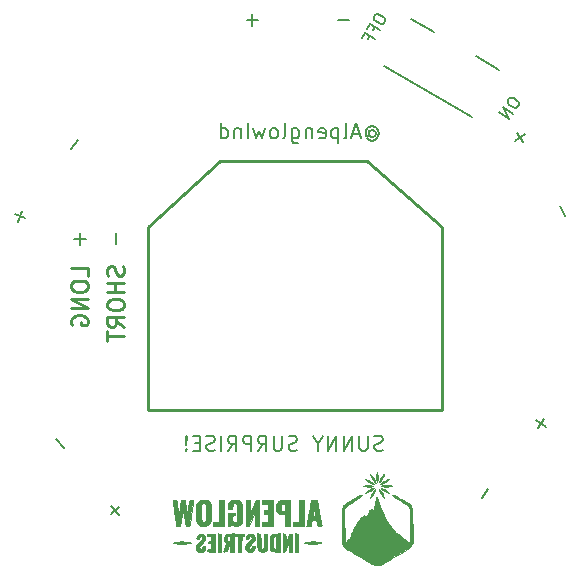
<source format=gbr>
%TF.GenerationSoftware,KiCad,Pcbnew,(5.1.8)-1*%
%TF.CreationDate,2022-03-30T15:59:02-07:00*%
%TF.ProjectId,Alpenglow_GoldSun_PCB,416c7065-6e67-46c6-9f77-5f476f6c6453,rev?*%
%TF.SameCoordinates,Original*%
%TF.FileFunction,Legend,Bot*%
%TF.FilePolarity,Positive*%
%FSLAX46Y46*%
G04 Gerber Fmt 4.6, Leading zero omitted, Abs format (unit mm)*
G04 Created by KiCad (PCBNEW (5.1.8)-1) date 2022-03-30 15:59:02*
%MOMM*%
%LPD*%
G01*
G04 APERTURE LIST*
%ADD10C,0.152400*%
%ADD11C,0.177800*%
%ADD12C,0.150000*%
%ADD13C,0.254000*%
%ADD14C,0.010000*%
G04 APERTURE END LIST*
D10*
X171937699Y-75946248D02*
X171145072Y-76501251D01*
X171818888Y-76620063D02*
X171263884Y-75827436D01*
X173738636Y-100757769D02*
X172946009Y-100202765D01*
X173064821Y-100876581D02*
X173619824Y-100083954D01*
X137564123Y-108168070D02*
X136942150Y-107426831D01*
X136882517Y-108108437D02*
X137623756Y-107486464D01*
X129677869Y-83078089D02*
X128768604Y-82747144D01*
X129057764Y-83367249D02*
X129388709Y-82457984D01*
X149374860Y-66308514D02*
X148407240Y-66308514D01*
X148891050Y-66792323D02*
X148891050Y-65824704D01*
X157071060Y-66308514D02*
X156103440Y-66308514D01*
X134107969Y-76451363D02*
X133552965Y-77243990D01*
X132915923Y-102503870D02*
X132293950Y-101762631D01*
X168880569Y-105991563D02*
X168325565Y-106784190D01*
X174908030Y-82055602D02*
X175391840Y-82893584D01*
D11*
X158779028Y-75712561D02*
X158839504Y-75652085D01*
X158960457Y-75591609D01*
X159081409Y-75591609D01*
X159202361Y-75652085D01*
X159262838Y-75712561D01*
X159323314Y-75833514D01*
X159323314Y-75954466D01*
X159262838Y-76075419D01*
X159202361Y-76135895D01*
X159081409Y-76196371D01*
X158960457Y-76196371D01*
X158839504Y-76135895D01*
X158779028Y-76075419D01*
X158779028Y-75591609D02*
X158779028Y-76075419D01*
X158718552Y-76135895D01*
X158658076Y-76135895D01*
X158537123Y-76075419D01*
X158476647Y-75954466D01*
X158476647Y-75652085D01*
X158597600Y-75470657D01*
X158779028Y-75349704D01*
X159020933Y-75289228D01*
X159262838Y-75349704D01*
X159444266Y-75470657D01*
X159565219Y-75652085D01*
X159625695Y-75893990D01*
X159565219Y-76135895D01*
X159444266Y-76317323D01*
X159262838Y-76438276D01*
X159020933Y-76498752D01*
X158779028Y-76438276D01*
X158597600Y-76317323D01*
X157992838Y-75954466D02*
X157388076Y-75954466D01*
X158113790Y-76317323D02*
X157690457Y-75047323D01*
X157267123Y-76317323D01*
X156662361Y-76317323D02*
X156783314Y-76256847D01*
X156843790Y-76135895D01*
X156843790Y-75047323D01*
X156178552Y-75470657D02*
X156178552Y-76740657D01*
X156178552Y-75531133D02*
X156057600Y-75470657D01*
X155815695Y-75470657D01*
X155694742Y-75531133D01*
X155634266Y-75591609D01*
X155573790Y-75712561D01*
X155573790Y-76075419D01*
X155634266Y-76196371D01*
X155694742Y-76256847D01*
X155815695Y-76317323D01*
X156057600Y-76317323D01*
X156178552Y-76256847D01*
X154545695Y-76256847D02*
X154666647Y-76317323D01*
X154908552Y-76317323D01*
X155029504Y-76256847D01*
X155089980Y-76135895D01*
X155089980Y-75652085D01*
X155029504Y-75531133D01*
X154908552Y-75470657D01*
X154666647Y-75470657D01*
X154545695Y-75531133D01*
X154485219Y-75652085D01*
X154485219Y-75773038D01*
X155089980Y-75893990D01*
X153940933Y-75470657D02*
X153940933Y-76317323D01*
X153940933Y-75591609D02*
X153880457Y-75531133D01*
X153759504Y-75470657D01*
X153578076Y-75470657D01*
X153457123Y-75531133D01*
X153396647Y-75652085D01*
X153396647Y-76317323D01*
X152247600Y-75470657D02*
X152247600Y-76498752D01*
X152308076Y-76619704D01*
X152368552Y-76680180D01*
X152489504Y-76740657D01*
X152670933Y-76740657D01*
X152791885Y-76680180D01*
X152247600Y-76256847D02*
X152368552Y-76317323D01*
X152610457Y-76317323D01*
X152731409Y-76256847D01*
X152791885Y-76196371D01*
X152852361Y-76075419D01*
X152852361Y-75712561D01*
X152791885Y-75591609D01*
X152731409Y-75531133D01*
X152610457Y-75470657D01*
X152368552Y-75470657D01*
X152247600Y-75531133D01*
X151461409Y-76317323D02*
X151582361Y-76256847D01*
X151642838Y-76135895D01*
X151642838Y-75047323D01*
X150796171Y-76317323D02*
X150917123Y-76256847D01*
X150977600Y-76196371D01*
X151038076Y-76075419D01*
X151038076Y-75712561D01*
X150977600Y-75591609D01*
X150917123Y-75531133D01*
X150796171Y-75470657D01*
X150614742Y-75470657D01*
X150493790Y-75531133D01*
X150433314Y-75591609D01*
X150372838Y-75712561D01*
X150372838Y-76075419D01*
X150433314Y-76196371D01*
X150493790Y-76256847D01*
X150614742Y-76317323D01*
X150796171Y-76317323D01*
X149949504Y-75470657D02*
X149707600Y-76317323D01*
X149465695Y-75712561D01*
X149223790Y-76317323D01*
X148981885Y-75470657D01*
X148498076Y-76317323D02*
X148498076Y-75047323D01*
X147893314Y-75470657D02*
X147893314Y-76317323D01*
X147893314Y-75591609D02*
X147832838Y-75531133D01*
X147711885Y-75470657D01*
X147530457Y-75470657D01*
X147409504Y-75531133D01*
X147349028Y-75652085D01*
X147349028Y-76317323D01*
X146199980Y-76317323D02*
X146199980Y-75047323D01*
X146199980Y-76256847D02*
X146320933Y-76317323D01*
X146562838Y-76317323D01*
X146683790Y-76256847D01*
X146744266Y-76196371D01*
X146804742Y-76075419D01*
X146804742Y-75712561D01*
X146744266Y-75591609D01*
X146683790Y-75531133D01*
X146562838Y-75470657D01*
X146320933Y-75470657D01*
X146199980Y-75531133D01*
X159932914Y-102698247D02*
X159751485Y-102758723D01*
X159449104Y-102758723D01*
X159328152Y-102698247D01*
X159267676Y-102637771D01*
X159207200Y-102516819D01*
X159207200Y-102395866D01*
X159267676Y-102274914D01*
X159328152Y-102214438D01*
X159449104Y-102153961D01*
X159691009Y-102093485D01*
X159811961Y-102033009D01*
X159872438Y-101972533D01*
X159932914Y-101851580D01*
X159932914Y-101730628D01*
X159872438Y-101609676D01*
X159811961Y-101549200D01*
X159691009Y-101488723D01*
X159388628Y-101488723D01*
X159207200Y-101549200D01*
X158662914Y-101488723D02*
X158662914Y-102516819D01*
X158602438Y-102637771D01*
X158541961Y-102698247D01*
X158421009Y-102758723D01*
X158179104Y-102758723D01*
X158058152Y-102698247D01*
X157997676Y-102637771D01*
X157937200Y-102516819D01*
X157937200Y-101488723D01*
X157332438Y-102758723D02*
X157332438Y-101488723D01*
X156606723Y-102758723D01*
X156606723Y-101488723D01*
X156001961Y-102758723D02*
X156001961Y-101488723D01*
X155276247Y-102758723D01*
X155276247Y-101488723D01*
X154429580Y-102153961D02*
X154429580Y-102758723D01*
X154852914Y-101488723D02*
X154429580Y-102153961D01*
X154006247Y-101488723D01*
X152675771Y-102698247D02*
X152494342Y-102758723D01*
X152191961Y-102758723D01*
X152071009Y-102698247D01*
X152010533Y-102637771D01*
X151950057Y-102516819D01*
X151950057Y-102395866D01*
X152010533Y-102274914D01*
X152071009Y-102214438D01*
X152191961Y-102153961D01*
X152433866Y-102093485D01*
X152554819Y-102033009D01*
X152615295Y-101972533D01*
X152675771Y-101851580D01*
X152675771Y-101730628D01*
X152615295Y-101609676D01*
X152554819Y-101549200D01*
X152433866Y-101488723D01*
X152131485Y-101488723D01*
X151950057Y-101549200D01*
X151405771Y-101488723D02*
X151405771Y-102516819D01*
X151345295Y-102637771D01*
X151284819Y-102698247D01*
X151163866Y-102758723D01*
X150921961Y-102758723D01*
X150801009Y-102698247D01*
X150740533Y-102637771D01*
X150680057Y-102516819D01*
X150680057Y-101488723D01*
X149349580Y-102758723D02*
X149772914Y-102153961D01*
X150075295Y-102758723D02*
X150075295Y-101488723D01*
X149591485Y-101488723D01*
X149470533Y-101549200D01*
X149410057Y-101609676D01*
X149349580Y-101730628D01*
X149349580Y-101912057D01*
X149410057Y-102033009D01*
X149470533Y-102093485D01*
X149591485Y-102153961D01*
X150075295Y-102153961D01*
X148805295Y-102758723D02*
X148805295Y-101488723D01*
X148321485Y-101488723D01*
X148200533Y-101549200D01*
X148140057Y-101609676D01*
X148079580Y-101730628D01*
X148079580Y-101912057D01*
X148140057Y-102033009D01*
X148200533Y-102093485D01*
X148321485Y-102153961D01*
X148805295Y-102153961D01*
X146809580Y-102758723D02*
X147232914Y-102153961D01*
X147535295Y-102758723D02*
X147535295Y-101488723D01*
X147051485Y-101488723D01*
X146930533Y-101549200D01*
X146870057Y-101609676D01*
X146809580Y-101730628D01*
X146809580Y-101912057D01*
X146870057Y-102033009D01*
X146930533Y-102093485D01*
X147051485Y-102153961D01*
X147535295Y-102153961D01*
X146265295Y-102758723D02*
X146265295Y-101488723D01*
X145721009Y-102698247D02*
X145539580Y-102758723D01*
X145237200Y-102758723D01*
X145116247Y-102698247D01*
X145055771Y-102637771D01*
X144995295Y-102516819D01*
X144995295Y-102395866D01*
X145055771Y-102274914D01*
X145116247Y-102214438D01*
X145237200Y-102153961D01*
X145479104Y-102093485D01*
X145600057Y-102033009D01*
X145660533Y-101972533D01*
X145721009Y-101851580D01*
X145721009Y-101730628D01*
X145660533Y-101609676D01*
X145600057Y-101549200D01*
X145479104Y-101488723D01*
X145176723Y-101488723D01*
X144995295Y-101549200D01*
X144451009Y-102093485D02*
X144027676Y-102093485D01*
X143846247Y-102758723D02*
X144451009Y-102758723D01*
X144451009Y-101488723D01*
X143846247Y-101488723D01*
X143301961Y-102637771D02*
X143241485Y-102698247D01*
X143301961Y-102758723D01*
X143362438Y-102698247D01*
X143301961Y-102637771D01*
X143301961Y-102758723D01*
X143301961Y-102274914D02*
X143362438Y-101549200D01*
X143301961Y-101488723D01*
X143241485Y-101549200D01*
X143301961Y-102274914D01*
X143301961Y-101488723D01*
D12*
X170619887Y-72940404D02*
X170510635Y-73096433D01*
X170495016Y-73201761D01*
X170518404Y-73334401D01*
X170647120Y-73482661D01*
X170920170Y-73673853D01*
X171103512Y-73744099D01*
X171236153Y-73720711D01*
X171329787Y-73670009D01*
X171439039Y-73513980D01*
X171454658Y-73408653D01*
X171431270Y-73276012D01*
X171302555Y-73127752D01*
X171029504Y-72936560D01*
X170846162Y-72866315D01*
X170713521Y-72889703D01*
X170619887Y-72940404D01*
X170947402Y-74216111D02*
X170128250Y-73642534D01*
X170619645Y-74684198D01*
X169800492Y-74110621D01*
X159259938Y-65881204D02*
X159164700Y-66046161D01*
X159158320Y-66152449D01*
X159193180Y-66282547D01*
X159334327Y-66419024D01*
X159623003Y-66585691D01*
X159811769Y-66639690D01*
X159941867Y-66604830D01*
X160030725Y-66546161D01*
X160125963Y-66381204D01*
X160132343Y-66274916D01*
X160097484Y-66144818D01*
X159956336Y-66008341D01*
X159667661Y-65841674D01*
X159478894Y-65787675D01*
X159348796Y-65822535D01*
X159259938Y-65881204D01*
X159077093Y-67150282D02*
X159243760Y-66861607D01*
X159697392Y-67123511D02*
X158831367Y-66623511D01*
X158593271Y-67035904D01*
X158648521Y-67892589D02*
X158815188Y-67603914D01*
X159268821Y-67865819D02*
X158402795Y-67365819D01*
X158164700Y-67778212D01*
D10*
X137377714Y-84305140D02*
X137377714Y-85272759D01*
X134769860Y-84825114D02*
X133802240Y-84825114D01*
X134286050Y-85308923D02*
X134286050Y-84341304D01*
D13*
X137954052Y-87146795D02*
X138020576Y-87346366D01*
X138020576Y-87678985D01*
X137954052Y-87812033D01*
X137887528Y-87878557D01*
X137754480Y-87945080D01*
X137621433Y-87945080D01*
X137488385Y-87878557D01*
X137421861Y-87812033D01*
X137355338Y-87678985D01*
X137288814Y-87412890D01*
X137222290Y-87279842D01*
X137155766Y-87213319D01*
X137022719Y-87146795D01*
X136889671Y-87146795D01*
X136756623Y-87213319D01*
X136690100Y-87279842D01*
X136623576Y-87412890D01*
X136623576Y-87745509D01*
X136690100Y-87945080D01*
X138020576Y-88543795D02*
X136623576Y-88543795D01*
X137288814Y-88543795D02*
X137288814Y-89342080D01*
X138020576Y-89342080D02*
X136623576Y-89342080D01*
X136623576Y-90273414D02*
X136623576Y-90539509D01*
X136690100Y-90672557D01*
X136823147Y-90805604D01*
X137089242Y-90872128D01*
X137554909Y-90872128D01*
X137821004Y-90805604D01*
X137954052Y-90672557D01*
X138020576Y-90539509D01*
X138020576Y-90273414D01*
X137954052Y-90140366D01*
X137821004Y-90007319D01*
X137554909Y-89940795D01*
X137089242Y-89940795D01*
X136823147Y-90007319D01*
X136690100Y-90140366D01*
X136623576Y-90273414D01*
X138020576Y-92269128D02*
X137355338Y-91803461D01*
X138020576Y-91470842D02*
X136623576Y-91470842D01*
X136623576Y-92003033D01*
X136690100Y-92136080D01*
X136756623Y-92202604D01*
X136889671Y-92269128D01*
X137089242Y-92269128D01*
X137222290Y-92202604D01*
X137288814Y-92136080D01*
X137355338Y-92003033D01*
X137355338Y-91470842D01*
X136623576Y-92668271D02*
X136623576Y-93466557D01*
X138020576Y-93067414D02*
X136623576Y-93067414D01*
X134947176Y-87954757D02*
X134947176Y-87289519D01*
X133550176Y-87289519D01*
X133550176Y-88686519D02*
X133550176Y-88952614D01*
X133616700Y-89085661D01*
X133749747Y-89218709D01*
X134015842Y-89285233D01*
X134481509Y-89285233D01*
X134747604Y-89218709D01*
X134880652Y-89085661D01*
X134947176Y-88952614D01*
X134947176Y-88686519D01*
X134880652Y-88553471D01*
X134747604Y-88420423D01*
X134481509Y-88353900D01*
X134015842Y-88353900D01*
X133749747Y-88420423D01*
X133616700Y-88553471D01*
X133550176Y-88686519D01*
X134947176Y-89883947D02*
X133550176Y-89883947D01*
X134947176Y-90682233D01*
X133550176Y-90682233D01*
X133616700Y-92079233D02*
X133550176Y-91946185D01*
X133550176Y-91746614D01*
X133616700Y-91547042D01*
X133749747Y-91413995D01*
X133882795Y-91347471D01*
X134148890Y-91280947D01*
X134348461Y-91280947D01*
X134614557Y-91347471D01*
X134747604Y-91413995D01*
X134880652Y-91547042D01*
X134947176Y-91746614D01*
X134947176Y-91879661D01*
X134880652Y-92079233D01*
X134814128Y-92145757D01*
X134348461Y-92145757D01*
X134348461Y-91879661D01*
%TO.C,BT1*%
X140081000Y-99314000D02*
X140081000Y-83820000D01*
X164973000Y-99314000D02*
X164973000Y-83820000D01*
X140081000Y-99314000D02*
X164973000Y-99314000D01*
X158623000Y-78232000D02*
X164973000Y-83820000D01*
X146177000Y-78232000D02*
X140081000Y-83820000D01*
X146177000Y-78232000D02*
X158623000Y-78232000D01*
D14*
%TO.C,G\u002A\u002A\u002A*%
G36*
X160740329Y-106504127D02*
G01*
X160803199Y-106560160D01*
X160907614Y-106641085D01*
X161043721Y-106739889D01*
X161201664Y-106849559D01*
X161371590Y-106963083D01*
X161543644Y-107073448D01*
X161681308Y-107157809D01*
X161892956Y-107293325D01*
X162044970Y-107415423D01*
X162146001Y-107535250D01*
X162204704Y-107663953D01*
X162229730Y-107812677D01*
X162232058Y-107867254D01*
X162232357Y-107929010D01*
X162232219Y-108054173D01*
X162231683Y-108233581D01*
X162230783Y-108458071D01*
X162229556Y-108718480D01*
X162228037Y-109005646D01*
X162226580Y-109258100D01*
X162223709Y-109622078D01*
X162219767Y-109918043D01*
X162214577Y-110150550D01*
X162207961Y-110324151D01*
X162199743Y-110443399D01*
X162189744Y-110512849D01*
X162177788Y-110537053D01*
X162176788Y-110537171D01*
X162126076Y-110514925D01*
X162032136Y-110454084D01*
X161906660Y-110363492D01*
X161761339Y-110251994D01*
X161607865Y-110128434D01*
X161457927Y-110001657D01*
X161392043Y-109943510D01*
X161281655Y-109849613D01*
X161187111Y-109778413D01*
X161124261Y-109741539D01*
X161113159Y-109738885D01*
X161065660Y-109710533D01*
X160985460Y-109632039D01*
X160880702Y-109513249D01*
X160759528Y-109364007D01*
X160630083Y-109194159D01*
X160500509Y-109013549D01*
X160440338Y-108925448D01*
X160238307Y-108600482D01*
X160043876Y-108243127D01*
X159865941Y-107872553D01*
X159713397Y-107507935D01*
X159595138Y-107168446D01*
X159549238Y-107004606D01*
X159511750Y-106876982D01*
X159472163Y-106775926D01*
X159440389Y-106724956D01*
X159422438Y-106709261D01*
X159408163Y-106702248D01*
X159394929Y-106712573D01*
X159380103Y-106748891D01*
X159361051Y-106819856D01*
X159335139Y-106934123D01*
X159299733Y-107100346D01*
X159252198Y-107327180D01*
X159241342Y-107378969D01*
X159201923Y-107564116D01*
X159167148Y-107722216D01*
X159139910Y-107840520D01*
X159123100Y-107906278D01*
X159119691Y-107915347D01*
X159099865Y-107894007D01*
X159066609Y-107826519D01*
X159061749Y-107814997D01*
X159016385Y-107736425D01*
X158956615Y-107712262D01*
X158922085Y-107714048D01*
X158851293Y-107740554D01*
X158799505Y-107811986D01*
X158775412Y-107870171D01*
X158725903Y-107981517D01*
X158653661Y-108117815D01*
X158595830Y-108214885D01*
X158469621Y-108414457D01*
X158419693Y-108293274D01*
X158381334Y-108216237D01*
X158347307Y-108198243D01*
X158316768Y-108216074D01*
X158271505Y-108276913D01*
X158263772Y-108308398D01*
X158232028Y-108346653D01*
X158154239Y-108376989D01*
X158140532Y-108379860D01*
X158067643Y-108400773D01*
X158017347Y-108442143D01*
X157973328Y-108522358D01*
X157939409Y-108606501D01*
X157872747Y-108744806D01*
X157778344Y-108898255D01*
X157694295Y-109011382D01*
X157530910Y-109246037D01*
X157383323Y-109531681D01*
X157262025Y-109846924D01*
X157226129Y-109965990D01*
X157178992Y-110111740D01*
X157133762Y-110196939D01*
X157084848Y-110233005D01*
X157016799Y-110270172D01*
X156925523Y-110340302D01*
X156876509Y-110384543D01*
X156796067Y-110453305D01*
X156736039Y-110489464D01*
X156716720Y-110489929D01*
X156711228Y-110449405D01*
X156705990Y-110344287D01*
X156701162Y-110182552D01*
X156696899Y-109972178D01*
X156693356Y-109721142D01*
X156690688Y-109437421D01*
X156689051Y-109128993D01*
X156688840Y-109056733D01*
X156685343Y-107647921D01*
X156775662Y-107515718D01*
X156858108Y-107422413D01*
X156974417Y-107322617D01*
X157058734Y-107263986D01*
X157202635Y-107173296D01*
X157369890Y-107065607D01*
X157546745Y-106950033D01*
X157719445Y-106835690D01*
X157874236Y-106731695D01*
X157997362Y-106647161D01*
X158075070Y-106591206D01*
X158081801Y-106585966D01*
X158146783Y-106525482D01*
X158152162Y-106497005D01*
X158103273Y-106500147D01*
X158005453Y-106534522D01*
X157864038Y-106599742D01*
X157859276Y-106602122D01*
X157595759Y-106737548D01*
X157347716Y-106871564D01*
X157125118Y-106998313D01*
X156937936Y-107111942D01*
X156796139Y-107206595D01*
X156709698Y-107276417D01*
X156707821Y-107278315D01*
X156650107Y-107337992D01*
X156602468Y-107392867D01*
X156563882Y-107450304D01*
X156533328Y-107517666D01*
X156509782Y-107602317D01*
X156492223Y-107711620D01*
X156479628Y-107852941D01*
X156470974Y-108033642D01*
X156465240Y-108261087D01*
X156461403Y-108542641D01*
X156458441Y-108885667D01*
X156456948Y-109085365D01*
X156454316Y-109470142D01*
X156453262Y-109789587D01*
X156454659Y-110050938D01*
X156459381Y-110261429D01*
X156468301Y-110428299D01*
X156482292Y-110558783D01*
X156502228Y-110660117D01*
X156528982Y-110739539D01*
X156563427Y-110804284D01*
X156606438Y-110861590D01*
X156658887Y-110918691D01*
X156680946Y-110941304D01*
X156737779Y-110985488D01*
X156848913Y-111060083D01*
X157005447Y-111159832D01*
X157198482Y-111279480D01*
X157419115Y-111413770D01*
X157658448Y-111557447D01*
X157907578Y-111705255D01*
X158157605Y-111851938D01*
X158399629Y-111992239D01*
X158624749Y-112120902D01*
X158824064Y-112232673D01*
X158988673Y-112322293D01*
X159109676Y-112384509D01*
X159170915Y-112411676D01*
X159356118Y-112449879D01*
X159561483Y-112448936D01*
X159746774Y-112409145D01*
X159751486Y-112407398D01*
X159814101Y-112377281D01*
X159929913Y-112315286D01*
X160089797Y-112226712D01*
X160284624Y-112116858D01*
X160505269Y-111991024D01*
X160742602Y-111854508D01*
X160987498Y-111712609D01*
X161230829Y-111570628D01*
X161463467Y-111433862D01*
X161676286Y-111307612D01*
X161860159Y-111197176D01*
X162005958Y-111107854D01*
X162104557Y-111044945D01*
X162136463Y-111022692D01*
X162224776Y-110937425D01*
X162316095Y-110821758D01*
X162354177Y-110762727D01*
X162454772Y-110591599D01*
X162447387Y-109176457D01*
X162444003Y-108740954D01*
X162438747Y-108376832D01*
X162431583Y-108082925D01*
X162422473Y-107858064D01*
X162411380Y-107701082D01*
X162398265Y-107610812D01*
X162397049Y-107606154D01*
X162358164Y-107497988D01*
X162300007Y-107399334D01*
X162214781Y-107303838D01*
X162094694Y-107205143D01*
X161931949Y-107096893D01*
X161718753Y-106972731D01*
X161447310Y-106826303D01*
X161428579Y-106816449D01*
X161227574Y-106712272D01*
X161047507Y-106621697D01*
X160898479Y-106549581D01*
X160790590Y-106500780D01*
X160733941Y-106480151D01*
X160728859Y-106479999D01*
X160740329Y-106504127D01*
G37*
X160740329Y-106504127D02*
X160803199Y-106560160D01*
X160907614Y-106641085D01*
X161043721Y-106739889D01*
X161201664Y-106849559D01*
X161371590Y-106963083D01*
X161543644Y-107073448D01*
X161681308Y-107157809D01*
X161892956Y-107293325D01*
X162044970Y-107415423D01*
X162146001Y-107535250D01*
X162204704Y-107663953D01*
X162229730Y-107812677D01*
X162232058Y-107867254D01*
X162232357Y-107929010D01*
X162232219Y-108054173D01*
X162231683Y-108233581D01*
X162230783Y-108458071D01*
X162229556Y-108718480D01*
X162228037Y-109005646D01*
X162226580Y-109258100D01*
X162223709Y-109622078D01*
X162219767Y-109918043D01*
X162214577Y-110150550D01*
X162207961Y-110324151D01*
X162199743Y-110443399D01*
X162189744Y-110512849D01*
X162177788Y-110537053D01*
X162176788Y-110537171D01*
X162126076Y-110514925D01*
X162032136Y-110454084D01*
X161906660Y-110363492D01*
X161761339Y-110251994D01*
X161607865Y-110128434D01*
X161457927Y-110001657D01*
X161392043Y-109943510D01*
X161281655Y-109849613D01*
X161187111Y-109778413D01*
X161124261Y-109741539D01*
X161113159Y-109738885D01*
X161065660Y-109710533D01*
X160985460Y-109632039D01*
X160880702Y-109513249D01*
X160759528Y-109364007D01*
X160630083Y-109194159D01*
X160500509Y-109013549D01*
X160440338Y-108925448D01*
X160238307Y-108600482D01*
X160043876Y-108243127D01*
X159865941Y-107872553D01*
X159713397Y-107507935D01*
X159595138Y-107168446D01*
X159549238Y-107004606D01*
X159511750Y-106876982D01*
X159472163Y-106775926D01*
X159440389Y-106724956D01*
X159422438Y-106709261D01*
X159408163Y-106702248D01*
X159394929Y-106712573D01*
X159380103Y-106748891D01*
X159361051Y-106819856D01*
X159335139Y-106934123D01*
X159299733Y-107100346D01*
X159252198Y-107327180D01*
X159241342Y-107378969D01*
X159201923Y-107564116D01*
X159167148Y-107722216D01*
X159139910Y-107840520D01*
X159123100Y-107906278D01*
X159119691Y-107915347D01*
X159099865Y-107894007D01*
X159066609Y-107826519D01*
X159061749Y-107814997D01*
X159016385Y-107736425D01*
X158956615Y-107712262D01*
X158922085Y-107714048D01*
X158851293Y-107740554D01*
X158799505Y-107811986D01*
X158775412Y-107870171D01*
X158725903Y-107981517D01*
X158653661Y-108117815D01*
X158595830Y-108214885D01*
X158469621Y-108414457D01*
X158419693Y-108293274D01*
X158381334Y-108216237D01*
X158347307Y-108198243D01*
X158316768Y-108216074D01*
X158271505Y-108276913D01*
X158263772Y-108308398D01*
X158232028Y-108346653D01*
X158154239Y-108376989D01*
X158140532Y-108379860D01*
X158067643Y-108400773D01*
X158017347Y-108442143D01*
X157973328Y-108522358D01*
X157939409Y-108606501D01*
X157872747Y-108744806D01*
X157778344Y-108898255D01*
X157694295Y-109011382D01*
X157530910Y-109246037D01*
X157383323Y-109531681D01*
X157262025Y-109846924D01*
X157226129Y-109965990D01*
X157178992Y-110111740D01*
X157133762Y-110196939D01*
X157084848Y-110233005D01*
X157016799Y-110270172D01*
X156925523Y-110340302D01*
X156876509Y-110384543D01*
X156796067Y-110453305D01*
X156736039Y-110489464D01*
X156716720Y-110489929D01*
X156711228Y-110449405D01*
X156705990Y-110344287D01*
X156701162Y-110182552D01*
X156696899Y-109972178D01*
X156693356Y-109721142D01*
X156690688Y-109437421D01*
X156689051Y-109128993D01*
X156688840Y-109056733D01*
X156685343Y-107647921D01*
X156775662Y-107515718D01*
X156858108Y-107422413D01*
X156974417Y-107322617D01*
X157058734Y-107263986D01*
X157202635Y-107173296D01*
X157369890Y-107065607D01*
X157546745Y-106950033D01*
X157719445Y-106835690D01*
X157874236Y-106731695D01*
X157997362Y-106647161D01*
X158075070Y-106591206D01*
X158081801Y-106585966D01*
X158146783Y-106525482D01*
X158152162Y-106497005D01*
X158103273Y-106500147D01*
X158005453Y-106534522D01*
X157864038Y-106599742D01*
X157859276Y-106602122D01*
X157595759Y-106737548D01*
X157347716Y-106871564D01*
X157125118Y-106998313D01*
X156937936Y-107111942D01*
X156796139Y-107206595D01*
X156709698Y-107276417D01*
X156707821Y-107278315D01*
X156650107Y-107337992D01*
X156602468Y-107392867D01*
X156563882Y-107450304D01*
X156533328Y-107517666D01*
X156509782Y-107602317D01*
X156492223Y-107711620D01*
X156479628Y-107852941D01*
X156470974Y-108033642D01*
X156465240Y-108261087D01*
X156461403Y-108542641D01*
X156458441Y-108885667D01*
X156456948Y-109085365D01*
X156454316Y-109470142D01*
X156453262Y-109789587D01*
X156454659Y-110050938D01*
X156459381Y-110261429D01*
X156468301Y-110428299D01*
X156482292Y-110558783D01*
X156502228Y-110660117D01*
X156528982Y-110739539D01*
X156563427Y-110804284D01*
X156606438Y-110861590D01*
X156658887Y-110918691D01*
X156680946Y-110941304D01*
X156737779Y-110985488D01*
X156848913Y-111060083D01*
X157005447Y-111159832D01*
X157198482Y-111279480D01*
X157419115Y-111413770D01*
X157658448Y-111557447D01*
X157907578Y-111705255D01*
X158157605Y-111851938D01*
X158399629Y-111992239D01*
X158624749Y-112120902D01*
X158824064Y-112232673D01*
X158988673Y-112322293D01*
X159109676Y-112384509D01*
X159170915Y-112411676D01*
X159356118Y-112449879D01*
X159561483Y-112448936D01*
X159746774Y-112409145D01*
X159751486Y-112407398D01*
X159814101Y-112377281D01*
X159929913Y-112315286D01*
X160089797Y-112226712D01*
X160284624Y-112116858D01*
X160505269Y-111991024D01*
X160742602Y-111854508D01*
X160987498Y-111712609D01*
X161230829Y-111570628D01*
X161463467Y-111433862D01*
X161676286Y-111307612D01*
X161860159Y-111197176D01*
X162005958Y-111107854D01*
X162104557Y-111044945D01*
X162136463Y-111022692D01*
X162224776Y-110937425D01*
X162316095Y-110821758D01*
X162354177Y-110762727D01*
X162454772Y-110591599D01*
X162447387Y-109176457D01*
X162444003Y-108740954D01*
X162438747Y-108376832D01*
X162431583Y-108082925D01*
X162422473Y-107858064D01*
X162411380Y-107701082D01*
X162398265Y-107610812D01*
X162397049Y-107606154D01*
X162358164Y-107497988D01*
X162300007Y-107399334D01*
X162214781Y-107303838D01*
X162094694Y-107205143D01*
X161931949Y-107096893D01*
X161718753Y-106972731D01*
X161447310Y-106826303D01*
X161428579Y-106816449D01*
X161227574Y-106712272D01*
X161047507Y-106621697D01*
X160898479Y-106549581D01*
X160790590Y-106500780D01*
X160733941Y-106480151D01*
X160728859Y-106479999D01*
X160740329Y-106504127D01*
G36*
X149301200Y-110409782D02*
G01*
X149303084Y-110676169D01*
X149310347Y-110879677D01*
X149325403Y-111029939D01*
X149350667Y-111136587D01*
X149388556Y-111209253D01*
X149441484Y-111257569D01*
X149511867Y-111291168D01*
X149523227Y-111295237D01*
X149715211Y-111331941D01*
X149897250Y-111300634D01*
X149937080Y-111284804D01*
X150003141Y-111249120D01*
X150052903Y-111200789D01*
X150088610Y-111129914D01*
X150112505Y-111026596D01*
X150126834Y-110880937D01*
X150133841Y-110683039D01*
X150135768Y-110423005D01*
X150135772Y-110408464D01*
X150135772Y-109775171D01*
X149886550Y-109775171D01*
X149875090Y-110395025D01*
X149870190Y-110623241D01*
X149864338Y-110789769D01*
X149856234Y-110905492D01*
X149844580Y-110981294D01*
X149828076Y-111028058D01*
X149805422Y-111056666D01*
X149795116Y-111064905D01*
X149712588Y-111095248D01*
X149659898Y-111079231D01*
X149635422Y-111060056D01*
X149617377Y-111025571D01*
X149604541Y-110965216D01*
X149595687Y-110868431D01*
X149589592Y-110724655D01*
X149585031Y-110523329D01*
X149583268Y-110418422D01*
X149573343Y-109793314D01*
X149437272Y-109782052D01*
X149301200Y-109770790D01*
X149301200Y-110409782D01*
G37*
X149301200Y-110409782D02*
X149303084Y-110676169D01*
X149310347Y-110879677D01*
X149325403Y-111029939D01*
X149350667Y-111136587D01*
X149388556Y-111209253D01*
X149441484Y-111257569D01*
X149511867Y-111291168D01*
X149523227Y-111295237D01*
X149715211Y-111331941D01*
X149897250Y-111300634D01*
X149937080Y-111284804D01*
X150003141Y-111249120D01*
X150052903Y-111200789D01*
X150088610Y-111129914D01*
X150112505Y-111026596D01*
X150126834Y-110880937D01*
X150133841Y-110683039D01*
X150135768Y-110423005D01*
X150135772Y-110408464D01*
X150135772Y-109775171D01*
X149886550Y-109775171D01*
X149875090Y-110395025D01*
X149870190Y-110623241D01*
X149864338Y-110789769D01*
X149856234Y-110905492D01*
X149844580Y-110981294D01*
X149828076Y-111028058D01*
X149805422Y-111056666D01*
X149795116Y-111064905D01*
X149712588Y-111095248D01*
X149659898Y-111079231D01*
X149635422Y-111060056D01*
X149617377Y-111025571D01*
X149604541Y-110965216D01*
X149595687Y-110868431D01*
X149589592Y-110724655D01*
X149585031Y-110523329D01*
X149583268Y-110418422D01*
X149573343Y-109793314D01*
X149437272Y-109782052D01*
X149301200Y-109770790D01*
X149301200Y-110409782D01*
G36*
X148549056Y-109795434D02*
G01*
X148441130Y-109862376D01*
X148376290Y-109955873D01*
X148329094Y-110077464D01*
X148326950Y-110164920D01*
X148369258Y-110207914D01*
X148391090Y-110210599D01*
X148482206Y-110222114D01*
X148518090Y-110232625D01*
X148561852Y-110231087D01*
X148575427Y-110171644D01*
X148575486Y-110164496D01*
X148598574Y-110069172D01*
X148655840Y-110011414D01*
X148729284Y-110006372D01*
X148750885Y-110016838D01*
X148810381Y-110072567D01*
X148821457Y-110141218D01*
X148781153Y-110230499D01*
X148686506Y-110348116D01*
X148582396Y-110455316D01*
X148434935Y-110611875D01*
X148341804Y-110742632D01*
X148296449Y-110861281D01*
X148292318Y-110981518D01*
X148302342Y-111040614D01*
X148363937Y-111166136D01*
X148474855Y-111262261D01*
X148614518Y-111319086D01*
X148762344Y-111326708D01*
X148847629Y-111303011D01*
X148971880Y-111211645D01*
X149059131Y-111070020D01*
X149082931Y-110993202D01*
X149099012Y-110898682D01*
X149080733Y-110851006D01*
X149012802Y-110829385D01*
X148957020Y-110822035D01*
X148878299Y-110822415D01*
X148842407Y-110862247D01*
X148830020Y-110914291D01*
X148791082Y-111010817D01*
X148727814Y-111066473D01*
X148658583Y-111078582D01*
X148601754Y-111044469D01*
X148575694Y-110961457D01*
X148575486Y-110951371D01*
X148592218Y-110885683D01*
X148647349Y-110801425D01*
X148748280Y-110688571D01*
X148829486Y-110607269D01*
X148945912Y-110492199D01*
X149019838Y-110410976D01*
X149060846Y-110346914D01*
X149078520Y-110283325D01*
X149082444Y-110203521D01*
X149082332Y-110166993D01*
X149059335Y-109989789D01*
X148990448Y-109867861D01*
X148872118Y-109797545D01*
X148702486Y-109775171D01*
X148549056Y-109795434D01*
G37*
X148549056Y-109795434D02*
X148441130Y-109862376D01*
X148376290Y-109955873D01*
X148329094Y-110077464D01*
X148326950Y-110164920D01*
X148369258Y-110207914D01*
X148391090Y-110210599D01*
X148482206Y-110222114D01*
X148518090Y-110232625D01*
X148561852Y-110231087D01*
X148575427Y-110171644D01*
X148575486Y-110164496D01*
X148598574Y-110069172D01*
X148655840Y-110011414D01*
X148729284Y-110006372D01*
X148750885Y-110016838D01*
X148810381Y-110072567D01*
X148821457Y-110141218D01*
X148781153Y-110230499D01*
X148686506Y-110348116D01*
X148582396Y-110455316D01*
X148434935Y-110611875D01*
X148341804Y-110742632D01*
X148296449Y-110861281D01*
X148292318Y-110981518D01*
X148302342Y-111040614D01*
X148363937Y-111166136D01*
X148474855Y-111262261D01*
X148614518Y-111319086D01*
X148762344Y-111326708D01*
X148847629Y-111303011D01*
X148971880Y-111211645D01*
X149059131Y-111070020D01*
X149082931Y-110993202D01*
X149099012Y-110898682D01*
X149080733Y-110851006D01*
X149012802Y-110829385D01*
X148957020Y-110822035D01*
X148878299Y-110822415D01*
X148842407Y-110862247D01*
X148830020Y-110914291D01*
X148791082Y-111010817D01*
X148727814Y-111066473D01*
X148658583Y-111078582D01*
X148601754Y-111044469D01*
X148575694Y-110961457D01*
X148575486Y-110951371D01*
X148592218Y-110885683D01*
X148647349Y-110801425D01*
X148748280Y-110688571D01*
X148829486Y-110607269D01*
X148945912Y-110492199D01*
X149019838Y-110410976D01*
X149060846Y-110346914D01*
X149078520Y-110283325D01*
X149082444Y-110203521D01*
X149082332Y-110166993D01*
X149059335Y-109989789D01*
X148990448Y-109867861D01*
X148872118Y-109797545D01*
X148702486Y-109775171D01*
X148549056Y-109795434D01*
G36*
X144369163Y-109803126D02*
G01*
X144245520Y-109883723D01*
X144173031Y-110012063D01*
X144163765Y-110050578D01*
X144149077Y-110142610D01*
X144162029Y-110188725D01*
X144218952Y-110212799D01*
X144284700Y-110227387D01*
X144364951Y-110239169D01*
X144397071Y-110218963D01*
X144402629Y-110163497D01*
X144425817Y-110068660D01*
X144483249Y-110011299D01*
X144556723Y-110006613D01*
X144578027Y-110017021D01*
X144632299Y-110067395D01*
X144642105Y-110129670D01*
X144604058Y-110212967D01*
X144514769Y-110326407D01*
X144428358Y-110419886D01*
X144319980Y-110536925D01*
X144228183Y-110643038D01*
X144167078Y-110721622D01*
X144153431Y-110743428D01*
X144116604Y-110879087D01*
X144123381Y-111034056D01*
X144153656Y-111132429D01*
X144235755Y-111232704D01*
X144362506Y-111300509D01*
X144510380Y-111328224D01*
X144655846Y-111308231D01*
X144674772Y-111301154D01*
X144797474Y-111213421D01*
X144877236Y-111074166D01*
X144900339Y-110975416D01*
X144909473Y-110881634D01*
X144896134Y-110839179D01*
X144849981Y-110827825D01*
X144824692Y-110827457D01*
X144745022Y-110824334D01*
X144706748Y-110818385D01*
X144682384Y-110842918D01*
X144650471Y-110915085D01*
X144643248Y-110936314D01*
X144602973Y-111025061D01*
X144547973Y-111060089D01*
X144511486Y-111063314D01*
X144443216Y-111048484D01*
X144413528Y-110989924D01*
X144408758Y-110958012D01*
X144410872Y-110896248D01*
X144439133Y-110834082D01*
X144503605Y-110756248D01*
X144612125Y-110649583D01*
X144747027Y-110516845D01*
X144834681Y-110412694D01*
X144884704Y-110320633D01*
X144906716Y-110224166D01*
X144910629Y-110137622D01*
X144879312Y-109979215D01*
X144791461Y-109860551D01*
X144656224Y-109790511D01*
X144537313Y-109775171D01*
X144369163Y-109803126D01*
G37*
X144369163Y-109803126D02*
X144245520Y-109883723D01*
X144173031Y-110012063D01*
X144163765Y-110050578D01*
X144149077Y-110142610D01*
X144162029Y-110188725D01*
X144218952Y-110212799D01*
X144284700Y-110227387D01*
X144364951Y-110239169D01*
X144397071Y-110218963D01*
X144402629Y-110163497D01*
X144425817Y-110068660D01*
X144483249Y-110011299D01*
X144556723Y-110006613D01*
X144578027Y-110017021D01*
X144632299Y-110067395D01*
X144642105Y-110129670D01*
X144604058Y-110212967D01*
X144514769Y-110326407D01*
X144428358Y-110419886D01*
X144319980Y-110536925D01*
X144228183Y-110643038D01*
X144167078Y-110721622D01*
X144153431Y-110743428D01*
X144116604Y-110879087D01*
X144123381Y-111034056D01*
X144153656Y-111132429D01*
X144235755Y-111232704D01*
X144362506Y-111300509D01*
X144510380Y-111328224D01*
X144655846Y-111308231D01*
X144674772Y-111301154D01*
X144797474Y-111213421D01*
X144877236Y-111074166D01*
X144900339Y-110975416D01*
X144909473Y-110881634D01*
X144896134Y-110839179D01*
X144849981Y-110827825D01*
X144824692Y-110827457D01*
X144745022Y-110824334D01*
X144706748Y-110818385D01*
X144682384Y-110842918D01*
X144650471Y-110915085D01*
X144643248Y-110936314D01*
X144602973Y-111025061D01*
X144547973Y-111060089D01*
X144511486Y-111063314D01*
X144443216Y-111048484D01*
X144413528Y-110989924D01*
X144408758Y-110958012D01*
X144410872Y-110896248D01*
X144439133Y-110834082D01*
X144503605Y-110756248D01*
X144612125Y-110649583D01*
X144747027Y-110516845D01*
X144834681Y-110412694D01*
X144884704Y-110320633D01*
X144906716Y-110224166D01*
X144910629Y-110137622D01*
X144879312Y-109979215D01*
X144791461Y-109860551D01*
X144656224Y-109790511D01*
X144537313Y-109775171D01*
X144369163Y-109803126D01*
G36*
X152494343Y-111299171D02*
G01*
X152786101Y-111299171D01*
X152776294Y-110546242D01*
X152766486Y-109793314D01*
X152630414Y-109782052D01*
X152494343Y-109770790D01*
X152494343Y-111299171D01*
G37*
X152494343Y-111299171D02*
X152786101Y-111299171D01*
X152776294Y-110546242D01*
X152766486Y-109793314D01*
X152630414Y-109782052D01*
X152494343Y-109770790D01*
X152494343Y-111299171D01*
G36*
X151442057Y-111299171D02*
G01*
X151541843Y-111298905D01*
X151585871Y-111294301D01*
X151622609Y-111273274D01*
X151659336Y-111224606D01*
X151703329Y-111137075D01*
X151761869Y-110999460D01*
X151804915Y-110893367D01*
X151968200Y-110488094D01*
X151978460Y-110893633D01*
X151988720Y-111299171D01*
X152240343Y-111299171D01*
X152240343Y-109775171D01*
X152137277Y-109775171D01*
X152090309Y-109779713D01*
X152051534Y-109801042D01*
X152012778Y-109850713D01*
X151965868Y-109940282D01*
X151902631Y-110081302D01*
X151874205Y-110147099D01*
X151714200Y-110519028D01*
X151696057Y-110156171D01*
X151677915Y-109793314D01*
X151559986Y-109781943D01*
X151442057Y-109770573D01*
X151442057Y-111299171D01*
G37*
X151442057Y-111299171D02*
X151541843Y-111298905D01*
X151585871Y-111294301D01*
X151622609Y-111273274D01*
X151659336Y-111224606D01*
X151703329Y-111137075D01*
X151761869Y-110999460D01*
X151804915Y-110893367D01*
X151968200Y-110488094D01*
X151978460Y-110893633D01*
X151988720Y-111299171D01*
X152240343Y-111299171D01*
X152240343Y-109775171D01*
X152137277Y-109775171D01*
X152090309Y-109779713D01*
X152051534Y-109801042D01*
X152012778Y-109850713D01*
X151965868Y-109940282D01*
X151902631Y-110081302D01*
X151874205Y-110147099D01*
X151714200Y-110519028D01*
X151696057Y-110156171D01*
X151677915Y-109793314D01*
X151559986Y-109781943D01*
X151442057Y-109770573D01*
X151442057Y-111299171D01*
G36*
X150900831Y-109782474D02*
G01*
X150690055Y-109806369D01*
X150539908Y-109852695D01*
X150440725Y-109925841D01*
X150388152Y-110015288D01*
X150374491Y-110086758D01*
X150363366Y-110212614D01*
X150355970Y-110374680D01*
X150353486Y-110543121D01*
X150358876Y-110797179D01*
X150379407Y-110987942D01*
X150421618Y-111124175D01*
X150492051Y-111214645D01*
X150597245Y-111268115D01*
X150743742Y-111293352D01*
X150917622Y-111299171D01*
X151188057Y-111299171D01*
X151188057Y-110537171D01*
X150897772Y-110537171D01*
X150897772Y-111081457D01*
X150808334Y-111081457D01*
X150721267Y-111053838D01*
X150681334Y-111011271D01*
X150666281Y-110947985D01*
X150654103Y-110829863D01*
X150646165Y-110674624D01*
X150643772Y-110524005D01*
X150647480Y-110313540D01*
X150660916Y-110165372D01*
X150687545Y-110069496D01*
X150730833Y-110015910D01*
X150794247Y-109994610D01*
X150827792Y-109992885D01*
X150854710Y-109997002D01*
X150873679Y-110016522D01*
X150886084Y-110062199D01*
X150893306Y-110144787D01*
X150896729Y-110275039D01*
X150897735Y-110463709D01*
X150897772Y-110537171D01*
X151188057Y-110537171D01*
X151188057Y-109765847D01*
X150900831Y-109782474D01*
G37*
X150900831Y-109782474D02*
X150690055Y-109806369D01*
X150539908Y-109852695D01*
X150440725Y-109925841D01*
X150388152Y-110015288D01*
X150374491Y-110086758D01*
X150363366Y-110212614D01*
X150355970Y-110374680D01*
X150353486Y-110543121D01*
X150358876Y-110797179D01*
X150379407Y-110987942D01*
X150421618Y-111124175D01*
X150492051Y-111214645D01*
X150597245Y-111268115D01*
X150743742Y-111293352D01*
X150917622Y-111299171D01*
X151188057Y-111299171D01*
X151188057Y-110537171D01*
X150897772Y-110537171D01*
X150897772Y-111081457D01*
X150808334Y-111081457D01*
X150721267Y-111053838D01*
X150681334Y-111011271D01*
X150666281Y-110947985D01*
X150654103Y-110829863D01*
X150646165Y-110674624D01*
X150643772Y-110524005D01*
X150647480Y-110313540D01*
X150660916Y-110165372D01*
X150687545Y-110069496D01*
X150730833Y-110015910D01*
X150794247Y-109994610D01*
X150827792Y-109992885D01*
X150854710Y-109997002D01*
X150873679Y-110016522D01*
X150886084Y-110062199D01*
X150893306Y-110144787D01*
X150896729Y-110275039D01*
X150897735Y-110463709D01*
X150897772Y-110537171D01*
X151188057Y-110537171D01*
X151188057Y-109765847D01*
X150900831Y-109782474D01*
G36*
X147450629Y-109884028D02*
G01*
X147459620Y-109961132D01*
X147502032Y-109989550D01*
X147559486Y-109992885D01*
X147668343Y-109992885D01*
X147668343Y-111299171D01*
X147956954Y-111299171D01*
X147966863Y-110655099D01*
X147976772Y-110011028D01*
X148094700Y-109999658D01*
X148176509Y-109983185D01*
X148208230Y-109940880D01*
X148212629Y-109881729D01*
X148212629Y-109775171D01*
X147450629Y-109775171D01*
X147450629Y-109884028D01*
G37*
X147450629Y-109884028D02*
X147459620Y-109961132D01*
X147502032Y-109989550D01*
X147559486Y-109992885D01*
X147668343Y-109992885D01*
X147668343Y-111299171D01*
X147956954Y-111299171D01*
X147966863Y-110655099D01*
X147976772Y-110011028D01*
X148094700Y-109999658D01*
X148176509Y-109983185D01*
X148208230Y-109940880D01*
X148212629Y-109881729D01*
X148212629Y-109775171D01*
X147450629Y-109775171D01*
X147450629Y-109884028D01*
G36*
X147003654Y-109783772D02*
G01*
X146853319Y-109798197D01*
X146723585Y-109819682D01*
X146637478Y-109844172D01*
X146625236Y-109850431D01*
X146534769Y-109946028D01*
X146481487Y-110082185D01*
X146467921Y-110235703D01*
X146496597Y-110383380D01*
X146555883Y-110486763D01*
X146640852Y-110585545D01*
X146538374Y-110933287D01*
X146495145Y-111080819D01*
X146460794Y-111199658D01*
X146439735Y-111274434D01*
X146435262Y-111292186D01*
X146467043Y-111296672D01*
X146547586Y-111294648D01*
X146585908Y-111292186D01*
X146737186Y-111281028D01*
X146826813Y-110945385D01*
X146881557Y-110759704D01*
X146927264Y-110645923D01*
X146963696Y-110604031D01*
X146990618Y-110634017D01*
X147007791Y-110735869D01*
X147014981Y-110909576D01*
X147015200Y-110954457D01*
X147015200Y-111299171D01*
X147305486Y-111299171D01*
X147305486Y-110210599D01*
X147015200Y-110210599D01*
X147013843Y-110332608D01*
X147004729Y-110398082D01*
X146980297Y-110423061D01*
X146932985Y-110423581D01*
X146915683Y-110421653D01*
X146815662Y-110376780D01*
X146768560Y-110310385D01*
X146744216Y-110193266D01*
X146775892Y-110088758D01*
X146853833Y-110017470D01*
X146915683Y-109999546D01*
X146970315Y-109996279D01*
X147000065Y-110013225D01*
X147012496Y-110066424D01*
X147015170Y-110171913D01*
X147015200Y-110210599D01*
X147305486Y-110210599D01*
X147305486Y-109764941D01*
X147003654Y-109783772D01*
G37*
X147003654Y-109783772D02*
X146853319Y-109798197D01*
X146723585Y-109819682D01*
X146637478Y-109844172D01*
X146625236Y-109850431D01*
X146534769Y-109946028D01*
X146481487Y-110082185D01*
X146467921Y-110235703D01*
X146496597Y-110383380D01*
X146555883Y-110486763D01*
X146640852Y-110585545D01*
X146538374Y-110933287D01*
X146495145Y-111080819D01*
X146460794Y-111199658D01*
X146439735Y-111274434D01*
X146435262Y-111292186D01*
X146467043Y-111296672D01*
X146547586Y-111294648D01*
X146585908Y-111292186D01*
X146737186Y-111281028D01*
X146826813Y-110945385D01*
X146881557Y-110759704D01*
X146927264Y-110645923D01*
X146963696Y-110604031D01*
X146990618Y-110634017D01*
X147007791Y-110735869D01*
X147014981Y-110909576D01*
X147015200Y-110954457D01*
X147015200Y-111299171D01*
X147305486Y-111299171D01*
X147305486Y-110210599D01*
X147015200Y-110210599D01*
X147013843Y-110332608D01*
X147004729Y-110398082D01*
X146980297Y-110423061D01*
X146932985Y-110423581D01*
X146915683Y-110421653D01*
X146815662Y-110376780D01*
X146768560Y-110310385D01*
X146744216Y-110193266D01*
X146775892Y-110088758D01*
X146853833Y-110017470D01*
X146915683Y-109999546D01*
X146970315Y-109996279D01*
X147000065Y-110013225D01*
X147012496Y-110066424D01*
X147015170Y-110171913D01*
X147015200Y-110210599D01*
X147305486Y-110210599D01*
X147305486Y-109764941D01*
X147003654Y-109783772D01*
G36*
X145962914Y-111299171D02*
G01*
X146254673Y-111299171D01*
X146244865Y-110546242D01*
X146235057Y-109793314D01*
X146098986Y-109782052D01*
X145962914Y-109770790D01*
X145962914Y-111299171D01*
G37*
X145962914Y-111299171D02*
X146254673Y-111299171D01*
X146244865Y-110546242D01*
X146235057Y-109793314D01*
X146098986Y-109782052D01*
X145962914Y-109770790D01*
X145962914Y-111299171D01*
G36*
X145055772Y-109884028D02*
G01*
X145059735Y-109948469D01*
X145084107Y-109980603D01*
X145147606Y-109991663D01*
X145237200Y-109992885D01*
X145418629Y-109992885D01*
X145418629Y-110428314D01*
X145273486Y-110428314D01*
X145179973Y-110433265D01*
X145138410Y-110456620D01*
X145128395Y-110511128D01*
X145128343Y-110519028D01*
X145136265Y-110577474D01*
X145173632Y-110603451D01*
X145260846Y-110609710D01*
X145273486Y-110609742D01*
X145418629Y-110609742D01*
X145418629Y-111117742D01*
X145237200Y-111117742D01*
X145129524Y-111120683D01*
X145075807Y-111135693D01*
X145057490Y-111172051D01*
X145055772Y-111208457D01*
X145058372Y-111251399D01*
X145075483Y-111278062D01*
X145121070Y-111292325D01*
X145209098Y-111298067D01*
X145353533Y-111299167D01*
X145382343Y-111299171D01*
X145708914Y-111299171D01*
X145708914Y-109775171D01*
X145055772Y-109775171D01*
X145055772Y-109884028D01*
G37*
X145055772Y-109884028D02*
X145059735Y-109948469D01*
X145084107Y-109980603D01*
X145147606Y-109991663D01*
X145237200Y-109992885D01*
X145418629Y-109992885D01*
X145418629Y-110428314D01*
X145273486Y-110428314D01*
X145179973Y-110433265D01*
X145138410Y-110456620D01*
X145128395Y-110511128D01*
X145128343Y-110519028D01*
X145136265Y-110577474D01*
X145173632Y-110603451D01*
X145260846Y-110609710D01*
X145273486Y-110609742D01*
X145418629Y-110609742D01*
X145418629Y-111117742D01*
X145237200Y-111117742D01*
X145129524Y-111120683D01*
X145075807Y-111135693D01*
X145057490Y-111172051D01*
X145055772Y-111208457D01*
X145058372Y-111251399D01*
X145075483Y-111278062D01*
X145121070Y-111292325D01*
X145209098Y-111298067D01*
X145353533Y-111299167D01*
X145382343Y-111299171D01*
X145708914Y-111299171D01*
X145708914Y-109775171D01*
X145055772Y-109775171D01*
X145055772Y-109884028D01*
G36*
X153707221Y-110459848D02*
G01*
X153656858Y-110466184D01*
X153450504Y-110494827D01*
X153314048Y-110518659D01*
X153245103Y-110539333D01*
X153241282Y-110558499D01*
X153300201Y-110577808D01*
X153419472Y-110598912D01*
X153457050Y-110604462D01*
X153685010Y-110635760D01*
X153861506Y-110654746D01*
X154006553Y-110661635D01*
X154140170Y-110656640D01*
X154282373Y-110639976D01*
X154435629Y-110614936D01*
X154587562Y-110587417D01*
X154682255Y-110565810D01*
X154717117Y-110547367D01*
X154689553Y-110529336D01*
X154596972Y-110508968D01*
X154436779Y-110483513D01*
X154291858Y-110462462D01*
X154100178Y-110442222D01*
X153917145Y-110441282D01*
X153707221Y-110459848D01*
G37*
X153707221Y-110459848D02*
X153656858Y-110466184D01*
X153450504Y-110494827D01*
X153314048Y-110518659D01*
X153245103Y-110539333D01*
X153241282Y-110558499D01*
X153300201Y-110577808D01*
X153419472Y-110598912D01*
X153457050Y-110604462D01*
X153685010Y-110635760D01*
X153861506Y-110654746D01*
X154006553Y-110661635D01*
X154140170Y-110656640D01*
X154282373Y-110639976D01*
X154435629Y-110614936D01*
X154587562Y-110587417D01*
X154682255Y-110565810D01*
X154717117Y-110547367D01*
X154689553Y-110529336D01*
X154596972Y-110508968D01*
X154436779Y-110483513D01*
X154291858Y-110462462D01*
X154100178Y-110442222D01*
X153917145Y-110441282D01*
X153707221Y-110459848D01*
G36*
X142806457Y-110445867D02*
G01*
X142608180Y-110466236D01*
X142606486Y-110466443D01*
X142398311Y-110493436D01*
X142261360Y-110516167D01*
X142194552Y-110536591D01*
X142196804Y-110556662D01*
X142267036Y-110578333D01*
X142404166Y-110603560D01*
X142520636Y-110621593D01*
X142709377Y-110649357D01*
X142840086Y-110667019D01*
X142926433Y-110675688D01*
X142982087Y-110676474D01*
X143020716Y-110670488D01*
X143041914Y-110663932D01*
X143092300Y-110653673D01*
X143195952Y-110637064D01*
X143334160Y-110617028D01*
X143397714Y-110608334D01*
X143536969Y-110587721D01*
X143641669Y-110568572D01*
X143696698Y-110553834D01*
X143701031Y-110549192D01*
X143660497Y-110537132D01*
X143564316Y-110517663D01*
X143428649Y-110493879D01*
X143327088Y-110477592D01*
X143130830Y-110451002D01*
X142968979Y-110440608D01*
X142806457Y-110445867D01*
G37*
X142806457Y-110445867D02*
X142608180Y-110466236D01*
X142606486Y-110466443D01*
X142398311Y-110493436D01*
X142261360Y-110516167D01*
X142194552Y-110536591D01*
X142196804Y-110556662D01*
X142267036Y-110578333D01*
X142404166Y-110603560D01*
X142520636Y-110621593D01*
X142709377Y-110649357D01*
X142840086Y-110667019D01*
X142926433Y-110675688D01*
X142982087Y-110676474D01*
X143020716Y-110670488D01*
X143041914Y-110663932D01*
X143092300Y-110653673D01*
X143195952Y-110637064D01*
X143334160Y-110617028D01*
X143397714Y-110608334D01*
X143536969Y-110587721D01*
X143641669Y-110568572D01*
X143696698Y-110553834D01*
X143701031Y-110549192D01*
X143660497Y-110537132D01*
X143564316Y-110517663D01*
X143428649Y-110493879D01*
X143327088Y-110477592D01*
X143130830Y-110451002D01*
X142968979Y-110440608D01*
X142806457Y-110445867D01*
G36*
X147161498Y-106946239D02*
G01*
X147007764Y-107015501D01*
X146901566Y-107131944D01*
X146835528Y-107302861D01*
X146807754Y-107472735D01*
X146787333Y-107670599D01*
X147196629Y-107670599D01*
X147196629Y-107514249D01*
X147218292Y-107367216D01*
X147276509Y-107265358D01*
X147361123Y-107216263D01*
X147461974Y-107227519D01*
X147527214Y-107267330D01*
X147559750Y-107296620D01*
X147583225Y-107331434D01*
X147599423Y-107383571D01*
X147610125Y-107464830D01*
X147617114Y-107587011D01*
X147622173Y-107761912D01*
X147625429Y-107917433D01*
X147628048Y-108201015D01*
X147622311Y-108420207D01*
X147606794Y-108582858D01*
X147580072Y-108696816D01*
X147540721Y-108769930D01*
X147487314Y-108810050D01*
X147461855Y-108818578D01*
X147343183Y-108817578D01*
X147250523Y-108753270D01*
X147188469Y-108631684D01*
X147161616Y-108458853D01*
X147160878Y-108423528D01*
X147160343Y-108251171D01*
X147287343Y-108251171D01*
X147372462Y-108245554D01*
X147407371Y-108213863D01*
X147414327Y-108133838D01*
X147414343Y-108124171D01*
X147414343Y-107997171D01*
X146797486Y-107997171D01*
X146797486Y-109126409D01*
X146932124Y-109115147D01*
X147028422Y-109096668D01*
X147077067Y-109052381D01*
X147091793Y-109013171D01*
X147110832Y-108961708D01*
X147120440Y-108966977D01*
X147159413Y-109035826D01*
X147251964Y-109090226D01*
X147379605Y-109124261D01*
X147523845Y-109132012D01*
X147606197Y-109122439D01*
X147765083Y-109058078D01*
X147896927Y-108938408D01*
X147983987Y-108780092D01*
X147989711Y-108762229D01*
X148004877Y-108673577D01*
X148017225Y-108525350D01*
X148026059Y-108330510D01*
X148030681Y-108102021D01*
X148031200Y-107991578D01*
X148030542Y-107759342D01*
X148027681Y-107586763D01*
X148021291Y-107460933D01*
X148010045Y-107368943D01*
X147992614Y-107297885D01*
X147967674Y-107234851D01*
X147949557Y-107197502D01*
X147854491Y-107055532D01*
X147732391Y-106965613D01*
X147570687Y-106921657D01*
X147370146Y-106916866D01*
X147161498Y-106946239D01*
G37*
X147161498Y-106946239D02*
X147007764Y-107015501D01*
X146901566Y-107131944D01*
X146835528Y-107302861D01*
X146807754Y-107472735D01*
X146787333Y-107670599D01*
X147196629Y-107670599D01*
X147196629Y-107514249D01*
X147218292Y-107367216D01*
X147276509Y-107265358D01*
X147361123Y-107216263D01*
X147461974Y-107227519D01*
X147527214Y-107267330D01*
X147559750Y-107296620D01*
X147583225Y-107331434D01*
X147599423Y-107383571D01*
X147610125Y-107464830D01*
X147617114Y-107587011D01*
X147622173Y-107761912D01*
X147625429Y-107917433D01*
X147628048Y-108201015D01*
X147622311Y-108420207D01*
X147606794Y-108582858D01*
X147580072Y-108696816D01*
X147540721Y-108769930D01*
X147487314Y-108810050D01*
X147461855Y-108818578D01*
X147343183Y-108817578D01*
X147250523Y-108753270D01*
X147188469Y-108631684D01*
X147161616Y-108458853D01*
X147160878Y-108423528D01*
X147160343Y-108251171D01*
X147287343Y-108251171D01*
X147372462Y-108245554D01*
X147407371Y-108213863D01*
X147414327Y-108133838D01*
X147414343Y-108124171D01*
X147414343Y-107997171D01*
X146797486Y-107997171D01*
X146797486Y-109126409D01*
X146932124Y-109115147D01*
X147028422Y-109096668D01*
X147077067Y-109052381D01*
X147091793Y-109013171D01*
X147110832Y-108961708D01*
X147120440Y-108966977D01*
X147159413Y-109035826D01*
X147251964Y-109090226D01*
X147379605Y-109124261D01*
X147523845Y-109132012D01*
X147606197Y-109122439D01*
X147765083Y-109058078D01*
X147896927Y-108938408D01*
X147983987Y-108780092D01*
X147989711Y-108762229D01*
X148004877Y-108673577D01*
X148017225Y-108525350D01*
X148026059Y-108330510D01*
X148030681Y-108102021D01*
X148031200Y-107991578D01*
X148030542Y-107759342D01*
X148027681Y-107586763D01*
X148021291Y-107460933D01*
X148010045Y-107368943D01*
X147992614Y-107297885D01*
X147967674Y-107234851D01*
X147949557Y-107197502D01*
X147854491Y-107055532D01*
X147732391Y-106965613D01*
X147570687Y-106921657D01*
X147370146Y-106916866D01*
X147161498Y-106946239D01*
G36*
X153680391Y-108006242D02*
G01*
X153627692Y-108274492D01*
X153579958Y-108519643D01*
X153538913Y-108732669D01*
X153506280Y-108904545D01*
X153483783Y-109026244D01*
X153473144Y-109088741D01*
X153472529Y-109094814D01*
X153506076Y-109110497D01*
X153589958Y-109120332D01*
X153651604Y-109122028D01*
X153750612Y-109119190D01*
X153812859Y-109101105D01*
X153849757Y-109053417D01*
X153872713Y-108961770D01*
X153892202Y-108819288D01*
X153917848Y-108614028D01*
X154300267Y-108614028D01*
X154325912Y-108819288D01*
X154346216Y-108966577D01*
X154369519Y-109056139D01*
X154407232Y-109102331D01*
X154470763Y-109119508D01*
X154566511Y-109122028D01*
X154675609Y-109117247D01*
X154729311Y-109098912D01*
X154744401Y-109061034D01*
X154744443Y-109058528D01*
X154737557Y-109007675D01*
X154717913Y-108895340D01*
X154687337Y-108731131D01*
X154647656Y-108524656D01*
X154608201Y-108323742D01*
X154240504Y-108323742D01*
X154106745Y-108323742D01*
X154019667Y-108319426D01*
X153986782Y-108295844D01*
X153989787Y-108237045D01*
X153992249Y-108223957D01*
X154007273Y-108140581D01*
X154029444Y-108011060D01*
X154054408Y-107860905D01*
X154058825Y-107833885D01*
X154106138Y-107543599D01*
X154149856Y-107779457D01*
X154177277Y-107931820D01*
X154202874Y-108081358D01*
X154217039Y-108169528D01*
X154240504Y-108323742D01*
X154608201Y-108323742D01*
X154600695Y-108285524D01*
X154548283Y-108023343D01*
X154537503Y-107969957D01*
X154330178Y-106944885D01*
X153889782Y-106944885D01*
X153680391Y-108006242D01*
G37*
X153680391Y-108006242D02*
X153627692Y-108274492D01*
X153579958Y-108519643D01*
X153538913Y-108732669D01*
X153506280Y-108904545D01*
X153483783Y-109026244D01*
X153473144Y-109088741D01*
X153472529Y-109094814D01*
X153506076Y-109110497D01*
X153589958Y-109120332D01*
X153651604Y-109122028D01*
X153750612Y-109119190D01*
X153812859Y-109101105D01*
X153849757Y-109053417D01*
X153872713Y-108961770D01*
X153892202Y-108819288D01*
X153917848Y-108614028D01*
X154300267Y-108614028D01*
X154325912Y-108819288D01*
X154346216Y-108966577D01*
X154369519Y-109056139D01*
X154407232Y-109102331D01*
X154470763Y-109119508D01*
X154566511Y-109122028D01*
X154675609Y-109117247D01*
X154729311Y-109098912D01*
X154744401Y-109061034D01*
X154744443Y-109058528D01*
X154737557Y-109007675D01*
X154717913Y-108895340D01*
X154687337Y-108731131D01*
X154647656Y-108524656D01*
X154608201Y-108323742D01*
X154240504Y-108323742D01*
X154106745Y-108323742D01*
X154019667Y-108319426D01*
X153986782Y-108295844D01*
X153989787Y-108237045D01*
X153992249Y-108223957D01*
X154007273Y-108140581D01*
X154029444Y-108011060D01*
X154054408Y-107860905D01*
X154058825Y-107833885D01*
X154106138Y-107543599D01*
X154149856Y-107779457D01*
X154177277Y-107931820D01*
X154202874Y-108081358D01*
X154217039Y-108169528D01*
X154240504Y-108323742D01*
X154608201Y-108323742D01*
X154600695Y-108285524D01*
X154548283Y-108023343D01*
X154537503Y-107969957D01*
X154330178Y-106944885D01*
X153889782Y-106944885D01*
X153680391Y-108006242D01*
G36*
X152820914Y-108831742D02*
G01*
X152312915Y-108831742D01*
X152312915Y-109122028D01*
X153220057Y-109122028D01*
X153220057Y-106944885D01*
X152820914Y-106944885D01*
X152820914Y-108831742D01*
G37*
X152820914Y-108831742D02*
X152312915Y-108831742D01*
X152312915Y-109122028D01*
X153220057Y-109122028D01*
X153220057Y-106944885D01*
X152820914Y-106944885D01*
X152820914Y-108831742D01*
G36*
X151668843Y-106945420D02*
G01*
X151451409Y-106948883D01*
X151292359Y-106961547D01*
X151177668Y-106987774D01*
X151093308Y-107031924D01*
X151025255Y-107098357D01*
X150980504Y-107159423D01*
X150924634Y-107291605D01*
X150896467Y-107463123D01*
X150896536Y-107646020D01*
X150925375Y-107812337D01*
X150966195Y-107909361D01*
X151081509Y-108031149D01*
X151247275Y-108110540D01*
X151451443Y-108142014D01*
X151474755Y-108142314D01*
X151659772Y-108142314D01*
X151659772Y-109122028D01*
X151853295Y-109122028D01*
X151966221Y-109117822D01*
X152047222Y-109107029D01*
X152071010Y-109097838D01*
X152077150Y-109056734D01*
X152082717Y-108952303D01*
X152087504Y-108793788D01*
X152091307Y-108590433D01*
X152093920Y-108351479D01*
X152095137Y-108086172D01*
X152095200Y-108009266D01*
X152095200Y-107235171D01*
X151659772Y-107235171D01*
X151659772Y-107852028D01*
X151539707Y-107852028D01*
X151433810Y-107837063D01*
X151351210Y-107801989D01*
X151307647Y-107749103D01*
X151286018Y-107659717D01*
X151280774Y-107553648D01*
X151291206Y-107396594D01*
X151331570Y-107298180D01*
X151409715Y-107247914D01*
X151519072Y-107235171D01*
X151659772Y-107235171D01*
X152095200Y-107235171D01*
X152095200Y-106944885D01*
X151668843Y-106945420D01*
G37*
X151668843Y-106945420D02*
X151451409Y-106948883D01*
X151292359Y-106961547D01*
X151177668Y-106987774D01*
X151093308Y-107031924D01*
X151025255Y-107098357D01*
X150980504Y-107159423D01*
X150924634Y-107291605D01*
X150896467Y-107463123D01*
X150896536Y-107646020D01*
X150925375Y-107812337D01*
X150966195Y-107909361D01*
X151081509Y-108031149D01*
X151247275Y-108110540D01*
X151451443Y-108142014D01*
X151474755Y-108142314D01*
X151659772Y-108142314D01*
X151659772Y-109122028D01*
X151853295Y-109122028D01*
X151966221Y-109117822D01*
X152047222Y-109107029D01*
X152071010Y-109097838D01*
X152077150Y-109056734D01*
X152082717Y-108952303D01*
X152087504Y-108793788D01*
X152091307Y-108590433D01*
X152093920Y-108351479D01*
X152095137Y-108086172D01*
X152095200Y-108009266D01*
X152095200Y-107235171D01*
X151659772Y-107235171D01*
X151659772Y-107852028D01*
X151539707Y-107852028D01*
X151433810Y-107837063D01*
X151351210Y-107801989D01*
X151307647Y-107749103D01*
X151286018Y-107659717D01*
X151280774Y-107553648D01*
X151291206Y-107396594D01*
X151331570Y-107298180D01*
X151409715Y-107247914D01*
X151519072Y-107235171D01*
X151659772Y-107235171D01*
X152095200Y-107235171D01*
X152095200Y-106944885D01*
X151668843Y-106945420D01*
G36*
X149736629Y-107235171D02*
G01*
X150244629Y-107235171D01*
X150244629Y-107815742D01*
X149845486Y-107815742D01*
X149845486Y-108142314D01*
X150244629Y-108142314D01*
X150244629Y-108831742D01*
X149736629Y-108831742D01*
X149736629Y-109122028D01*
X150643772Y-109122028D01*
X150643772Y-106944885D01*
X149736629Y-106944885D01*
X149736629Y-107235171D01*
G37*
X149736629Y-107235171D02*
X150244629Y-107235171D01*
X150244629Y-107815742D01*
X149845486Y-107815742D01*
X149845486Y-108142314D01*
X150244629Y-108142314D01*
X150244629Y-108831742D01*
X149736629Y-108831742D01*
X149736629Y-109122028D01*
X150643772Y-109122028D01*
X150643772Y-106944885D01*
X149736629Y-106944885D01*
X149736629Y-107235171D01*
G36*
X149331608Y-106951870D02*
G01*
X149180588Y-106963028D01*
X148702486Y-108085722D01*
X148692493Y-107515304D01*
X148682500Y-106944885D01*
X148357772Y-106944885D01*
X148357772Y-109126409D01*
X148491560Y-109115147D01*
X148625349Y-109103885D01*
X148863489Y-108523314D01*
X149101629Y-107942742D01*
X149119772Y-108523314D01*
X149137915Y-109103885D01*
X149310272Y-109114945D01*
X149482629Y-109126004D01*
X149482629Y-106940713D01*
X149331608Y-106951870D01*
G37*
X149331608Y-106951870D02*
X149180588Y-106963028D01*
X148702486Y-108085722D01*
X148692493Y-107515304D01*
X148682500Y-106944885D01*
X148357772Y-106944885D01*
X148357772Y-109126409D01*
X148491560Y-109115147D01*
X148625349Y-109103885D01*
X148863489Y-108523314D01*
X149101629Y-107942742D01*
X149119772Y-108523314D01*
X149137915Y-109103885D01*
X149310272Y-109114945D01*
X149482629Y-109126004D01*
X149482629Y-106940713D01*
X149331608Y-106951870D01*
G36*
X146071772Y-108831742D02*
G01*
X145563772Y-108831742D01*
X145563772Y-109122028D01*
X146470915Y-109122028D01*
X146470915Y-106944885D01*
X146071772Y-106944885D01*
X146071772Y-108831742D01*
G37*
X146071772Y-108831742D02*
X145563772Y-108831742D01*
X145563772Y-109122028D01*
X146470915Y-109122028D01*
X146470915Y-106944885D01*
X146071772Y-106944885D01*
X146071772Y-108831742D01*
G36*
X144526316Y-106942019D02*
G01*
X144381317Y-107002003D01*
X144267947Y-107106723D01*
X144203057Y-107202678D01*
X144177485Y-107252042D01*
X144158690Y-107308284D01*
X144145647Y-107382876D01*
X144137333Y-107487288D01*
X144132723Y-107632989D01*
X144130792Y-107831451D01*
X144130486Y-108015314D01*
X144132817Y-108299956D01*
X144141535Y-108521967D01*
X144159227Y-108691190D01*
X144188481Y-108817466D01*
X144231884Y-108910636D01*
X144292025Y-108980542D01*
X144371490Y-109037026D01*
X144403895Y-109055203D01*
X144549518Y-109104405D01*
X144727937Y-109123914D01*
X144910250Y-109113998D01*
X145067555Y-109074922D01*
X145121381Y-109048571D01*
X145205199Y-108987952D01*
X145269282Y-108914694D01*
X145316139Y-108818810D01*
X145348283Y-108690312D01*
X145368226Y-108519213D01*
X145378478Y-108295524D01*
X145379953Y-108160105D01*
X144981492Y-108160105D01*
X144977342Y-108384687D01*
X144964398Y-108552662D01*
X144941884Y-108671830D01*
X144909028Y-108749991D01*
X144887736Y-108776880D01*
X144793489Y-108826345D01*
X144689488Y-108817109D01*
X144604761Y-108751812D01*
X144604258Y-108751097D01*
X144583546Y-108685289D01*
X144566989Y-108562617D01*
X144554699Y-108397765D01*
X144546788Y-108205413D01*
X144543371Y-108000246D01*
X144544559Y-107796944D01*
X144550464Y-107610190D01*
X144561200Y-107454667D01*
X144576878Y-107345057D01*
X144593129Y-107300199D01*
X144688046Y-107228362D01*
X144796724Y-107224186D01*
X144878357Y-107267368D01*
X144912118Y-107298102D01*
X144936139Y-107334969D01*
X144952467Y-107390401D01*
X144963144Y-107476835D01*
X144970215Y-107606704D01*
X144975726Y-107792442D01*
X144977620Y-107871114D01*
X144981492Y-108160105D01*
X145379953Y-108160105D01*
X145381546Y-108013931D01*
X145381243Y-107777714D01*
X145378845Y-107601544D01*
X145373110Y-107472901D01*
X145362792Y-107379265D01*
X145346649Y-107308118D01*
X145323436Y-107246940D01*
X145300700Y-107200187D01*
X145202154Y-107055541D01*
X145076128Y-106964366D01*
X144910316Y-106920638D01*
X144721289Y-106916645D01*
X144526316Y-106942019D01*
G37*
X144526316Y-106942019D02*
X144381317Y-107002003D01*
X144267947Y-107106723D01*
X144203057Y-107202678D01*
X144177485Y-107252042D01*
X144158690Y-107308284D01*
X144145647Y-107382876D01*
X144137333Y-107487288D01*
X144132723Y-107632989D01*
X144130792Y-107831451D01*
X144130486Y-108015314D01*
X144132817Y-108299956D01*
X144141535Y-108521967D01*
X144159227Y-108691190D01*
X144188481Y-108817466D01*
X144231884Y-108910636D01*
X144292025Y-108980542D01*
X144371490Y-109037026D01*
X144403895Y-109055203D01*
X144549518Y-109104405D01*
X144727937Y-109123914D01*
X144910250Y-109113998D01*
X145067555Y-109074922D01*
X145121381Y-109048571D01*
X145205199Y-108987952D01*
X145269282Y-108914694D01*
X145316139Y-108818810D01*
X145348283Y-108690312D01*
X145368226Y-108519213D01*
X145378478Y-108295524D01*
X145379953Y-108160105D01*
X144981492Y-108160105D01*
X144977342Y-108384687D01*
X144964398Y-108552662D01*
X144941884Y-108671830D01*
X144909028Y-108749991D01*
X144887736Y-108776880D01*
X144793489Y-108826345D01*
X144689488Y-108817109D01*
X144604761Y-108751812D01*
X144604258Y-108751097D01*
X144583546Y-108685289D01*
X144566989Y-108562617D01*
X144554699Y-108397765D01*
X144546788Y-108205413D01*
X144543371Y-108000246D01*
X144544559Y-107796944D01*
X144550464Y-107610190D01*
X144561200Y-107454667D01*
X144576878Y-107345057D01*
X144593129Y-107300199D01*
X144688046Y-107228362D01*
X144796724Y-107224186D01*
X144878357Y-107267368D01*
X144912118Y-107298102D01*
X144936139Y-107334969D01*
X144952467Y-107390401D01*
X144963144Y-107476835D01*
X144970215Y-107606704D01*
X144975726Y-107792442D01*
X144977620Y-107871114D01*
X144981492Y-108160105D01*
X145379953Y-108160105D01*
X145381546Y-108013931D01*
X145381243Y-107777714D01*
X145378845Y-107601544D01*
X145373110Y-107472901D01*
X145362792Y-107379265D01*
X145346649Y-107308118D01*
X145323436Y-107246940D01*
X145300700Y-107200187D01*
X145202154Y-107055541D01*
X145076128Y-106964366D01*
X144910316Y-106920638D01*
X144721289Y-106916645D01*
X144526316Y-106942019D01*
G36*
X143010589Y-106952125D02*
G01*
X142862700Y-106963028D01*
X142764342Y-107554137D01*
X142730611Y-107754534D01*
X142700212Y-107930795D01*
X142675427Y-108070034D01*
X142658535Y-108159370D01*
X142652696Y-108185112D01*
X142643727Y-108166016D01*
X142628111Y-108086429D01*
X142607772Y-107957922D01*
X142584638Y-107792066D01*
X142575432Y-107721004D01*
X142543334Y-107464844D01*
X142518732Y-107271682D01*
X142498503Y-107132724D01*
X142479524Y-107039177D01*
X142458671Y-106982249D01*
X142432820Y-106953146D01*
X142398850Y-106943076D01*
X142353636Y-106943245D01*
X142299748Y-106944885D01*
X142129286Y-106944885D01*
X142285093Y-108024385D01*
X142324159Y-108295088D01*
X142359715Y-108541535D01*
X142390482Y-108754860D01*
X142415182Y-108926192D01*
X142432535Y-109046664D01*
X142441264Y-109107408D01*
X142442050Y-109112957D01*
X142475235Y-109118396D01*
X142557753Y-109121634D01*
X142604842Y-109122028D01*
X142705608Y-109118160D01*
X142756480Y-109096849D01*
X142780079Y-109043532D01*
X142788033Y-109004100D01*
X142801527Y-108928329D01*
X142824666Y-108796378D01*
X142854775Y-108623586D01*
X142889179Y-108425290D01*
X142909724Y-108306505D01*
X143009865Y-107726839D01*
X143110545Y-108342791D01*
X143152035Y-108598586D01*
X143183924Y-108791707D01*
X143209564Y-108930885D01*
X143232310Y-109024852D01*
X143255515Y-109082338D01*
X143282533Y-109112075D01*
X143316717Y-109122794D01*
X143361422Y-109123226D01*
X143409844Y-109122028D01*
X143519291Y-109112172D01*
X143579377Y-109085681D01*
X143584708Y-109076671D01*
X143593379Y-109029745D01*
X143610401Y-108920923D01*
X143634305Y-108760213D01*
X143663625Y-108557622D01*
X143696892Y-108323158D01*
X143729726Y-108087885D01*
X143765764Y-107829308D01*
X143799543Y-107590073D01*
X143829509Y-107380944D01*
X143854106Y-107212689D01*
X143871781Y-107096075D01*
X143880382Y-107044671D01*
X143888541Y-106985978D01*
X143871260Y-106956475D01*
X143812012Y-106946124D01*
X143716083Y-106944885D01*
X143590438Y-106953443D01*
X143534813Y-106979200D01*
X143531702Y-106990242D01*
X143527257Y-107043260D01*
X143515245Y-107150063D01*
X143497553Y-107296151D01*
X143476069Y-107467023D01*
X143452681Y-107648180D01*
X143429275Y-107825121D01*
X143407739Y-107983347D01*
X143389961Y-108108358D01*
X143377828Y-108185653D01*
X143373773Y-108203550D01*
X143365436Y-108172557D01*
X143347714Y-108081072D01*
X143322609Y-107940278D01*
X143292119Y-107761357D01*
X143261701Y-107576811D01*
X143158479Y-106941222D01*
X143010589Y-106952125D01*
G37*
X143010589Y-106952125D02*
X142862700Y-106963028D01*
X142764342Y-107554137D01*
X142730611Y-107754534D01*
X142700212Y-107930795D01*
X142675427Y-108070034D01*
X142658535Y-108159370D01*
X142652696Y-108185112D01*
X142643727Y-108166016D01*
X142628111Y-108086429D01*
X142607772Y-107957922D01*
X142584638Y-107792066D01*
X142575432Y-107721004D01*
X142543334Y-107464844D01*
X142518732Y-107271682D01*
X142498503Y-107132724D01*
X142479524Y-107039177D01*
X142458671Y-106982249D01*
X142432820Y-106953146D01*
X142398850Y-106943076D01*
X142353636Y-106943245D01*
X142299748Y-106944885D01*
X142129286Y-106944885D01*
X142285093Y-108024385D01*
X142324159Y-108295088D01*
X142359715Y-108541535D01*
X142390482Y-108754860D01*
X142415182Y-108926192D01*
X142432535Y-109046664D01*
X142441264Y-109107408D01*
X142442050Y-109112957D01*
X142475235Y-109118396D01*
X142557753Y-109121634D01*
X142604842Y-109122028D01*
X142705608Y-109118160D01*
X142756480Y-109096849D01*
X142780079Y-109043532D01*
X142788033Y-109004100D01*
X142801527Y-108928329D01*
X142824666Y-108796378D01*
X142854775Y-108623586D01*
X142889179Y-108425290D01*
X142909724Y-108306505D01*
X143009865Y-107726839D01*
X143110545Y-108342791D01*
X143152035Y-108598586D01*
X143183924Y-108791707D01*
X143209564Y-108930885D01*
X143232310Y-109024852D01*
X143255515Y-109082338D01*
X143282533Y-109112075D01*
X143316717Y-109122794D01*
X143361422Y-109123226D01*
X143409844Y-109122028D01*
X143519291Y-109112172D01*
X143579377Y-109085681D01*
X143584708Y-109076671D01*
X143593379Y-109029745D01*
X143610401Y-108920923D01*
X143634305Y-108760213D01*
X143663625Y-108557622D01*
X143696892Y-108323158D01*
X143729726Y-108087885D01*
X143765764Y-107829308D01*
X143799543Y-107590073D01*
X143829509Y-107380944D01*
X143854106Y-107212689D01*
X143871781Y-107096075D01*
X143880382Y-107044671D01*
X143888541Y-106985978D01*
X143871260Y-106956475D01*
X143812012Y-106946124D01*
X143716083Y-106944885D01*
X143590438Y-106953443D01*
X143534813Y-106979200D01*
X143531702Y-106990242D01*
X143527257Y-107043260D01*
X143515245Y-107150063D01*
X143497553Y-107296151D01*
X143476069Y-107467023D01*
X143452681Y-107648180D01*
X143429275Y-107825121D01*
X143407739Y-107983347D01*
X143389961Y-108108358D01*
X143377828Y-108185653D01*
X143373773Y-108203550D01*
X143365436Y-108172557D01*
X143347714Y-108081072D01*
X143322609Y-107940278D01*
X143292119Y-107761357D01*
X143261701Y-107576811D01*
X143158479Y-106941222D01*
X143010589Y-106952125D01*
G36*
X159600186Y-106031908D02*
G01*
X159620769Y-106110667D01*
X159649073Y-106191957D01*
X159695663Y-106294712D01*
X159759916Y-106410444D01*
X159833122Y-106526848D01*
X159906569Y-106631620D01*
X159971547Y-106712456D01*
X160019344Y-106757050D01*
X160041249Y-106753098D01*
X160041772Y-106746657D01*
X160023893Y-106670140D01*
X159976443Y-106557754D01*
X159908696Y-106425230D01*
X159829929Y-106288302D01*
X159749417Y-106162700D01*
X159676438Y-106064157D01*
X159620267Y-106008404D01*
X159602373Y-106001457D01*
X159600186Y-106031908D01*
G37*
X159600186Y-106031908D02*
X159620769Y-106110667D01*
X159649073Y-106191957D01*
X159695663Y-106294712D01*
X159759916Y-106410444D01*
X159833122Y-106526848D01*
X159906569Y-106631620D01*
X159971547Y-106712456D01*
X160019344Y-106757050D01*
X160041249Y-106753098D01*
X160041772Y-106746657D01*
X160023893Y-106670140D01*
X159976443Y-106557754D01*
X159908696Y-106425230D01*
X159829929Y-106288302D01*
X159749417Y-106162700D01*
X159676438Y-106064157D01*
X159620267Y-106008404D01*
X159602373Y-106001457D01*
X159600186Y-106031908D01*
G36*
X159242018Y-106031094D02*
G01*
X159177029Y-106109770D01*
X159100777Y-106222133D01*
X159022021Y-106352827D01*
X158949517Y-106486500D01*
X158892025Y-106607798D01*
X158858301Y-106701368D01*
X158857104Y-106751856D01*
X158858221Y-106753144D01*
X158885493Y-106734332D01*
X158943106Y-106673050D01*
X158995997Y-106610164D01*
X159078090Y-106507592D01*
X159130795Y-106433857D01*
X159169911Y-106361829D01*
X159211238Y-106264379D01*
X159240648Y-106190086D01*
X159276409Y-106087967D01*
X159291798Y-106019469D01*
X159286988Y-106001457D01*
X159242018Y-106031094D01*
G37*
X159242018Y-106031094D02*
X159177029Y-106109770D01*
X159100777Y-106222133D01*
X159022021Y-106352827D01*
X158949517Y-106486500D01*
X158892025Y-106607798D01*
X158858301Y-106701368D01*
X158857104Y-106751856D01*
X158858221Y-106753144D01*
X158885493Y-106734332D01*
X158943106Y-106673050D01*
X158995997Y-106610164D01*
X159078090Y-106507592D01*
X159130795Y-106433857D01*
X159169911Y-106361829D01*
X159211238Y-106264379D01*
X159240648Y-106190086D01*
X159276409Y-106087967D01*
X159291798Y-106019469D01*
X159286988Y-106001457D01*
X159242018Y-106031094D01*
G36*
X159738570Y-105902952D02*
G01*
X159743523Y-105927870D01*
X159795416Y-105979586D01*
X159879266Y-106047055D01*
X159980090Y-106119234D01*
X160082905Y-106185079D01*
X160172727Y-106233546D01*
X160205057Y-106246793D01*
X160304062Y-106282132D01*
X160377415Y-106310056D01*
X160428863Y-106317850D01*
X160439793Y-106304696D01*
X160407870Y-106255226D01*
X160325962Y-106186976D01*
X160210862Y-106109568D01*
X160079368Y-106032624D01*
X159948273Y-105965767D01*
X159834376Y-105918619D01*
X159754470Y-105900804D01*
X159738570Y-105902952D01*
G37*
X159738570Y-105902952D02*
X159743523Y-105927870D01*
X159795416Y-105979586D01*
X159879266Y-106047055D01*
X159980090Y-106119234D01*
X160082905Y-106185079D01*
X160172727Y-106233546D01*
X160205057Y-106246793D01*
X160304062Y-106282132D01*
X160377415Y-106310056D01*
X160428863Y-106317850D01*
X160439793Y-106304696D01*
X160407870Y-106255226D01*
X160325962Y-106186976D01*
X160210862Y-106109568D01*
X160079368Y-106032624D01*
X159948273Y-105965767D01*
X159834376Y-105918619D01*
X159754470Y-105900804D01*
X159738570Y-105902952D01*
G36*
X159080143Y-105908637D02*
G01*
X158976615Y-105947958D01*
X158851422Y-106009802D01*
X158723375Y-106084502D01*
X158611285Y-106162393D01*
X158572200Y-106194887D01*
X158491087Y-106272265D01*
X158465078Y-106312286D01*
X158496991Y-106316508D01*
X158589644Y-106286488D01*
X158676259Y-106252405D01*
X158777063Y-106203122D01*
X158887538Y-106136359D01*
X158993751Y-106062585D01*
X159081772Y-105992271D01*
X159137667Y-105935886D01*
X159147507Y-105903900D01*
X159143195Y-105901503D01*
X159080143Y-105908637D01*
G37*
X159080143Y-105908637D02*
X158976615Y-105947958D01*
X158851422Y-106009802D01*
X158723375Y-106084502D01*
X158611285Y-106162393D01*
X158572200Y-106194887D01*
X158491087Y-106272265D01*
X158465078Y-106312286D01*
X158496991Y-106316508D01*
X158589644Y-106286488D01*
X158676259Y-106252405D01*
X158777063Y-106203122D01*
X158887538Y-106136359D01*
X158993751Y-106062585D01*
X159081772Y-105992271D01*
X159137667Y-105935886D01*
X159147507Y-105903900D01*
X159143195Y-105901503D01*
X159080143Y-105908637D01*
G36*
X159986967Y-105689971D02*
G01*
X159870168Y-105702070D01*
X159789410Y-105719029D01*
X159758843Y-105739989D01*
X159769629Y-105753605D01*
X159825333Y-105768871D01*
X159929237Y-105783829D01*
X160056992Y-105796394D01*
X160184247Y-105804484D01*
X160286653Y-105806015D01*
X160332057Y-105801716D01*
X160401645Y-105786951D01*
X160505510Y-105766917D01*
X160531629Y-105762104D01*
X160676772Y-105735633D01*
X160531629Y-105707350D01*
X160412140Y-105691422D01*
X160272102Y-105683788D01*
X160125661Y-105683591D01*
X159986967Y-105689971D01*
G37*
X159986967Y-105689971D02*
X159870168Y-105702070D01*
X159789410Y-105719029D01*
X159758843Y-105739989D01*
X159769629Y-105753605D01*
X159825333Y-105768871D01*
X159929237Y-105783829D01*
X160056992Y-105796394D01*
X160184247Y-105804484D01*
X160286653Y-105806015D01*
X160332057Y-105801716D01*
X160401645Y-105786951D01*
X160505510Y-105766917D01*
X160531629Y-105762104D01*
X160676772Y-105735633D01*
X160531629Y-105707350D01*
X160412140Y-105691422D01*
X160272102Y-105683788D01*
X160125661Y-105683591D01*
X159986967Y-105689971D01*
G36*
X158545754Y-105688446D02*
G01*
X158425566Y-105698030D01*
X158334334Y-105711957D01*
X158285667Y-105729414D01*
X158293172Y-105749591D01*
X158302806Y-105753959D01*
X158381635Y-105771751D01*
X158507446Y-105786890D01*
X158654657Y-105797654D01*
X158797685Y-105802322D01*
X158910945Y-105799174D01*
X158935057Y-105796483D01*
X159058032Y-105772930D01*
X159110108Y-105748716D01*
X159090644Y-105724351D01*
X159043915Y-105709764D01*
X158943979Y-105693863D01*
X158818569Y-105685551D01*
X158681291Y-105684016D01*
X158545754Y-105688446D01*
G37*
X158545754Y-105688446D02*
X158425566Y-105698030D01*
X158334334Y-105711957D01*
X158285667Y-105729414D01*
X158293172Y-105749591D01*
X158302806Y-105753959D01*
X158381635Y-105771751D01*
X158507446Y-105786890D01*
X158654657Y-105797654D01*
X158797685Y-105802322D01*
X158910945Y-105799174D01*
X158935057Y-105796483D01*
X159058032Y-105772930D01*
X159110108Y-105748716D01*
X159090644Y-105724351D01*
X159043915Y-105709764D01*
X158943979Y-105693863D01*
X158818569Y-105685551D01*
X158681291Y-105684016D01*
X158545754Y-105688446D01*
G36*
X160340064Y-105173816D02*
G01*
X160235024Y-105220893D01*
X160112262Y-105285236D01*
X159985795Y-105358879D01*
X159869639Y-105433858D01*
X159777808Y-105502207D01*
X159724319Y-105555961D01*
X159716322Y-105575099D01*
X159724519Y-105595812D01*
X159760101Y-105594019D01*
X159835736Y-105566428D01*
X159959180Y-105511982D01*
X160076806Y-105450682D01*
X160199959Y-105374126D01*
X160312301Y-105294139D01*
X160397492Y-105222548D01*
X160439192Y-105171178D01*
X160440915Y-105163320D01*
X160413366Y-105151970D01*
X160340064Y-105173816D01*
G37*
X160340064Y-105173816D02*
X160235024Y-105220893D01*
X160112262Y-105285236D01*
X159985795Y-105358879D01*
X159869639Y-105433858D01*
X159777808Y-105502207D01*
X159724319Y-105555961D01*
X159716322Y-105575099D01*
X159724519Y-105595812D01*
X159760101Y-105594019D01*
X159835736Y-105566428D01*
X159959180Y-105511982D01*
X160076806Y-105450682D01*
X160199959Y-105374126D01*
X160312301Y-105294139D01*
X160397492Y-105222548D01*
X160439192Y-105171178D01*
X160440915Y-105163320D01*
X160413366Y-105151970D01*
X160340064Y-105173816D01*
G36*
X158445200Y-105162823D02*
G01*
X158471111Y-105197888D01*
X158535980Y-105259620D01*
X158620511Y-105331407D01*
X158705407Y-105396635D01*
X158755500Y-105429961D01*
X158831547Y-105467579D01*
X158931909Y-105508264D01*
X159035468Y-105544748D01*
X159121104Y-105569760D01*
X159167698Y-105576030D01*
X159170915Y-105572955D01*
X159141487Y-105530217D01*
X159064115Y-105464909D01*
X158955166Y-105388087D01*
X158831006Y-105310806D01*
X158708003Y-105244124D01*
X158635700Y-105211408D01*
X158533151Y-105174538D01*
X158463993Y-105158220D01*
X158445200Y-105162823D01*
G37*
X158445200Y-105162823D02*
X158471111Y-105197888D01*
X158535980Y-105259620D01*
X158620511Y-105331407D01*
X158705407Y-105396635D01*
X158755500Y-105429961D01*
X158831547Y-105467579D01*
X158931909Y-105508264D01*
X159035468Y-105544748D01*
X159121104Y-105569760D01*
X159167698Y-105576030D01*
X159170915Y-105572955D01*
X159141487Y-105530217D01*
X159064115Y-105464909D01*
X158955166Y-105388087D01*
X158831006Y-105310806D01*
X158708003Y-105244124D01*
X158635700Y-105211408D01*
X158533151Y-105174538D01*
X158463993Y-105158220D01*
X158445200Y-105162823D01*
G36*
X158865245Y-104760824D02*
G01*
X158885569Y-104835800D01*
X158925504Y-104940102D01*
X158977875Y-105056325D01*
X159035509Y-105167064D01*
X159081256Y-105240980D01*
X159149423Y-105331515D01*
X159219785Y-105413143D01*
X159278714Y-105471579D01*
X159312580Y-105492538D01*
X159316057Y-105487102D01*
X159298122Y-105411565D01*
X159250494Y-105299468D01*
X159182439Y-105166546D01*
X159103225Y-105028534D01*
X159022119Y-104901168D01*
X158948386Y-104800182D01*
X158891294Y-104741312D01*
X158871705Y-104732579D01*
X158865245Y-104760824D01*
G37*
X158865245Y-104760824D02*
X158885569Y-104835800D01*
X158925504Y-104940102D01*
X158977875Y-105056325D01*
X159035509Y-105167064D01*
X159081256Y-105240980D01*
X159149423Y-105331515D01*
X159219785Y-105413143D01*
X159278714Y-105471579D01*
X159312580Y-105492538D01*
X159316057Y-105487102D01*
X159298122Y-105411565D01*
X159250494Y-105299468D01*
X159182439Y-105166546D01*
X159103225Y-105028534D01*
X159022119Y-104901168D01*
X158948386Y-104800182D01*
X158891294Y-104741312D01*
X158871705Y-104732579D01*
X158865245Y-104760824D01*
G36*
X159994342Y-104734480D02*
G01*
X159967623Y-104769535D01*
X159911339Y-104842834D01*
X159868128Y-104898971D01*
X159792976Y-105009685D01*
X159721024Y-105137585D01*
X159661417Y-105263342D01*
X159623298Y-105367623D01*
X159615810Y-105431098D01*
X159616061Y-105431897D01*
X159642576Y-105426838D01*
X159697968Y-105375460D01*
X159744865Y-105320388D01*
X159812253Y-105223248D01*
X159882369Y-105103064D01*
X159946876Y-104977127D01*
X159997435Y-104862729D01*
X160025711Y-104777161D01*
X160025166Y-104739041D01*
X159994977Y-104733687D01*
X159994342Y-104734480D01*
G37*
X159994342Y-104734480D02*
X159967623Y-104769535D01*
X159911339Y-104842834D01*
X159868128Y-104898971D01*
X159792976Y-105009685D01*
X159721024Y-105137585D01*
X159661417Y-105263342D01*
X159623298Y-105367623D01*
X159615810Y-105431098D01*
X159616061Y-105431897D01*
X159642576Y-105426838D01*
X159697968Y-105375460D01*
X159744865Y-105320388D01*
X159812253Y-105223248D01*
X159882369Y-105103064D01*
X159946876Y-104977127D01*
X159997435Y-104862729D01*
X160025711Y-104777161D01*
X160025166Y-104739041D01*
X159994977Y-104733687D01*
X159994342Y-104734480D01*
G36*
X159428720Y-104631186D02*
G01*
X159417653Y-104658885D01*
X159396657Y-104756683D01*
X159385431Y-104899225D01*
X159383967Y-105059439D01*
X159392257Y-105210249D01*
X159410296Y-105324582D01*
X159417838Y-105348314D01*
X159453383Y-105439028D01*
X159479855Y-105337303D01*
X159502361Y-105191413D01*
X159509224Y-105009663D01*
X159500238Y-104827104D01*
X159483521Y-104713314D01*
X159463143Y-104624538D01*
X159447845Y-104599615D01*
X159428720Y-104631186D01*
G37*
X159428720Y-104631186D02*
X159417653Y-104658885D01*
X159396657Y-104756683D01*
X159385431Y-104899225D01*
X159383967Y-105059439D01*
X159392257Y-105210249D01*
X159410296Y-105324582D01*
X159417838Y-105348314D01*
X159453383Y-105439028D01*
X159479855Y-105337303D01*
X159502361Y-105191413D01*
X159509224Y-105009663D01*
X159500238Y-104827104D01*
X159483521Y-104713314D01*
X159463143Y-104624538D01*
X159447845Y-104599615D01*
X159428720Y-104631186D01*
D12*
%TO.C,SW1*%
X160053142Y-70183858D02*
X167500960Y-74483858D01*
X162353142Y-66200142D02*
X164258397Y-67300142D01*
X167809102Y-69350142D02*
X169800960Y-70500142D01*
%TD*%
M02*

</source>
